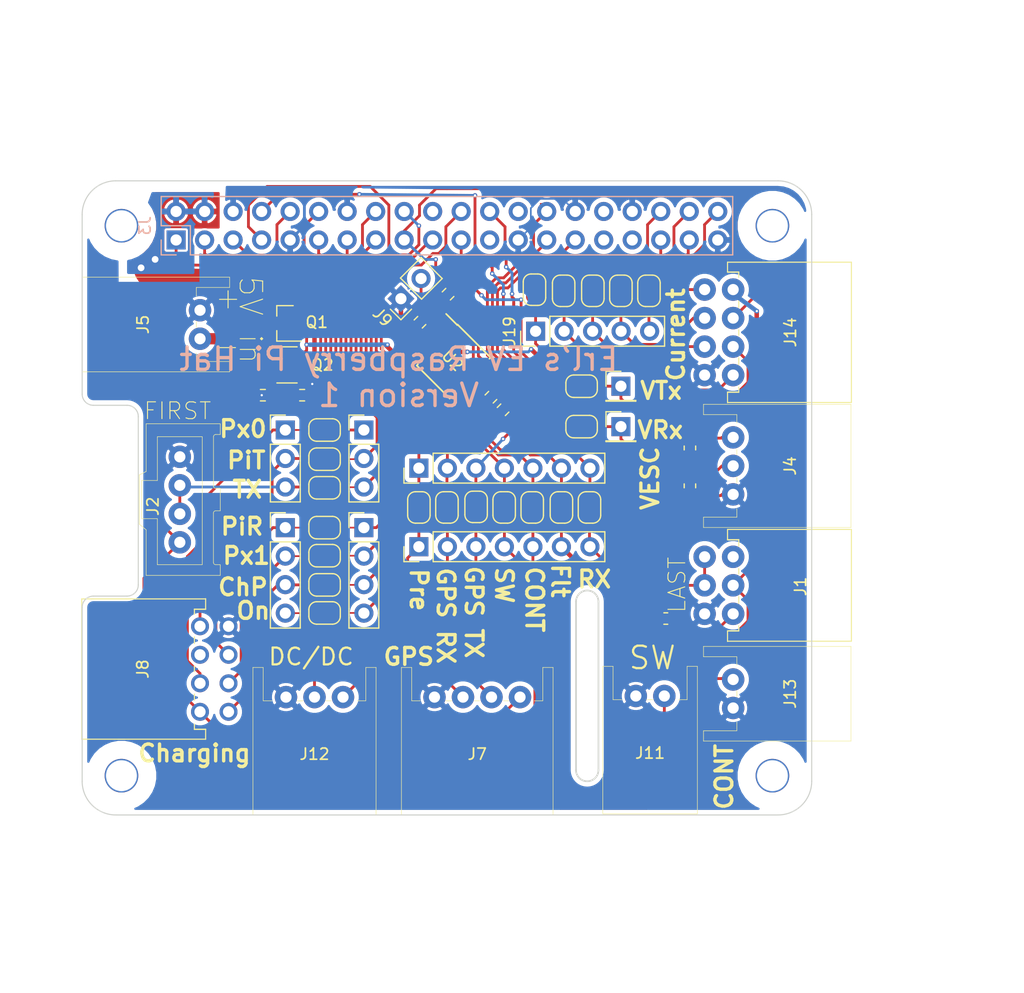
<source format=kicad_pcb>
(kicad_pcb (version 20171130) (host pcbnew "(5.1.4-0-10_14)")
  (layers (0 F.Cu signal) (31 B.Cu signal) (34 B.Paste user) (35 F.Paste user hide) (36 B.SilkS user) (37 F.SilkS user) (38 B.Mask user) (39 F.Mask user hide) (44 Edge.Cuts user))
  (net 0 "")
  (net 1 GND)
  (net 2 /ID_SD_EEPROM)
  (net 3 /ID_SC_EEPROM)
  (net 4 "Net-(Q1-Pad1)")
  (net 5 "Net-(Q2-Pad1)")
  (net 6 /P5V_HAT)
  (net 7 /P5V)
  (net 8 "Net-(J9-Pad2)")
  (net 9 +3V3)
  (net 10 /BMS_nFault)
  (net 11 /BMS_RX)
  (net 12 /BMS_TX)
  (net 13 /VESC_TX)
  (net 14 /SW_PWR_2_A)
  (net 15 /ON)
  (net 16 /PRECHARGE)
  (net 17 /CONTACTOR)
  (net 18 /TXD1)
  (net 19 /RXD1)
  (net 20 /GPIO18)
  (net 21 /GPIO2)
  (net 22 /GPIO3)
  (net 23 /GPIO24)
  (net 24 /SPI1_MISO)
  (net 25 /SPI1_MOSI)
  (net 26 /SPI1_SCLK)
  (net 27 /TXD3)
  (net 28 /RXD4)
  (net 29 /TXD4)
  (net 30 /RXD3)
  (net 31 /SPI1_CS0)
  (net 32 /VESC_RX)
  (net 33 /GPS_TX)
  (net 34 /GPS_RX)
  (net 35 /CHARGER_POWER_SENSE)
  (net 36 /PILOT_OUT)
  (net 37 /TYPE2_PILOT_SEND)
  (net 38 /ADC_nIRQ)
  (net 39 /ADC_CS)
  (net 40 /GPIO23)
  (net 41 /GPIO17)
  (net 42 /GPIO27)
  (net 43 /ADC_MOSI)
  (net 44 /ADC_SCLK)
  (net 45 /ADC_MISO)
  (net 46 /GPIO22)
  (net 47 /GPIO10)
  (net 48 /GPIO26)
  (net 49 "Net-(J4-Pad3)")
  (net 50 /PROXIMITY_0)
  (net 51 /PROXIMITY_1)
  (net 52 /GPIO25)
  (module Jumper:SolderJumper-2_P1.3mm_Bridged_RoundedPad1.0x1.5mm (layer F.Cu) (at 123.5 82.9 180)
    (fp_text reference JP21 hide)
    (fp_text value SolderJumper_2_Bridged)
    (fp_poly (pts (xy 0.25 -0.3) (xy -0.25 -0.3) (xy -0.25 0.3) (xy 0.25 0.3)) (layer F.Cu) (width 0))
    (pad 1 smd custom (at -0.65 0 180) (size 1 0.5) (layers F.Cu F.Mask) (net 32 /VESC_RX) (options (clearance outline) (anchor rect)) (primitives (gr_circle (center 0 0.25) (end 0.5 0.25) (width 0)) (gr_circle (center 0 -0.25) (end 0.5 -0.25) (width 0)) (gr_poly (pts (xy 0 -0.75) (xy 0.5 -0.75) (xy 0.5 0.75) (xy 0 0.75)) (width 0))))
    (pad 2 smd custom (at 0.65 0 180) (size 1 0.5) (layers F.Cu F.Mask) (net 29 /TXD4) (options (clearance outline) (anchor rect)) (primitives (gr_circle (center 0 0.25) (end 0.5 0.25) (width 0)) (gr_circle (center 0 -0.25) (end 0.5 -0.25) (width 0)) (gr_poly (pts (xy 0 -0.75) (xy -0.5 -0.75) (xy -0.5 0.75) (xy 0 0.75)) (width 0))))
  )
  (module Connector_PinHeader_2.54mm:PinHeader_1x01_P2.54mm_Vertical (layer F.Cu) (at 127 82.9)
    (fp_text reference J21 hide)
    (fp_text value Conn_01x01_Male)
    (pad 1 thru_hole rect (at 0 0) (size 1.7 1.7) (drill 1) (layers *.Cu *.Mask) (net 32 /VESC_RX))
  )
  (module erland-footprints:CON-MOLEX-CGRIDIII-2x4-RA-0901303208 (layer F.Cu) (at 89.5 104.5 270)
    (fp_text reference J8 (at 0 5.1 90) (layer F.SilkS))
    (fp_text value Conn_01x08)
    (pad 4 thru_hole circle (at 3.81 -2.54 270) (size 1.6 1.6) (drill 1) (layers *.Cu *.Mask) (net 35 /CHARGER_POWER_SENSE))
    (pad 8 thru_hole circle (at 3.81 0 270) (size 1.6 1.6) (drill 1) (layers *.Cu *.Mask) (net 9 +3V3))
    (pad 2 thru_hole circle (at -1.27 -2.54 270) (size 1.6 1.6) (drill 1) (layers *.Cu *.Mask) (net 36 /PILOT_OUT))
    (pad 3 thru_hole circle (at 1.27 -2.54 270) (size 1.6 1.6) (drill 1) (layers *.Cu *.Mask) (net 51 /PROXIMITY_1))
    (pad 5 thru_hole circle (at -3.81 0 270) (size 1.6 1.6) (drill 1) (layers *.Cu *.Mask) (net 37 /TYPE2_PILOT_SEND))
    (pad 6 thru_hole circle (at -1.27 0 270) (size 1.6 1.6) (drill 1) (layers *.Cu *.Mask))
    (pad 7 thru_hole circle (at 1.27 0 270) (size 1.6 1.6) (drill 1) (layers *.Cu *.Mask) (net 50 /PROXIMITY_0))
    (pad 1 thru_hole circle (at -3.81 -2.54 270) (size 1.6 1.6) (drill 1) (layers *.Cu *.Mask) (net 1 GND))
  )
  (module Connector_PinHeader_2.54mm:PinHeader_1x01_P2.54mm_Vertical (layer F.Cu) (at 127 79.3)
    (fp_text reference J20 hide)
    (fp_text value Conn_01x01_Male)
    (pad 1 thru_hole rect (at 0 0) (size 1.7 1.7) (drill 1) (layers *.Cu *.Mask) (net 13 /VESC_TX))
  )
  (module Jumper:SolderJumper-2_P1.3mm_Bridged_RoundedPad1.0x1.5mm (layer F.Cu) (at 123.5 79.3 180)
    (fp_text reference JP20 hide)
    (fp_text value SolderJumper_2_Bridged)
    (fp_poly (pts (xy 0.25 -0.3) (xy -0.25 -0.3) (xy -0.25 0.3) (xy 0.25 0.3)) (layer F.Cu) (width 0))
    (pad 1 smd custom (at -0.65 0 180) (size 1 0.5) (layers F.Cu F.Mask) (net 13 /VESC_TX) (options (clearance outline) (anchor rect)) (primitives (gr_circle (center 0 0.25) (end 0.5 0.25) (width 0)) (gr_circle (center 0 -0.25) (end 0.5 -0.25) (width 0)) (gr_poly (pts (xy 0 -0.75) (xy 0.5 -0.75) (xy 0.5 0.75) (xy 0 0.75)) (width 0))))
    (pad 2 smd custom (at 0.65 0 180) (size 1 0.5) (layers F.Cu F.Mask) (net 28 /RXD4) (options (clearance outline) (anchor rect)) (primitives (gr_circle (center 0 0.25) (end 0.5 0.25) (width 0)) (gr_circle (center 0 -0.25) (end 0.5 -0.25) (width 0)) (gr_poly (pts (xy 0 -0.75) (xy -0.5 -0.75) (xy -0.5 0.75) (xy 0 0.75)) (width 0))))
  )
  (module Connector_PinHeader_2.54mm:PinHeader_1x05_P2.54mm_Vertical (layer F.Cu) (at 119.4 74.4 90)
    (fp_text reference J19 (at 0 -2.33 90) (layer F.SilkS))
    (fp_text value Conn_01x04_Male)
    (pad 5 thru_hole oval (at 0 10.16 90) (size 1.7 1.7) (drill 1) (layers *.Cu *.Mask) (net 44 /ADC_SCLK))
    (pad 4 thru_hole oval (at 0 7.62 90) (size 1.7 1.7) (drill 1) (layers *.Cu *.Mask) (net 38 /ADC_nIRQ))
    (pad 3 thru_hole oval (at 0 5.08 90) (size 1.7 1.7) (drill 1) (layers *.Cu *.Mask) (net 43 /ADC_MOSI))
    (pad 2 thru_hole oval (at 0 2.54 90) (size 1.7 1.7) (drill 1) (layers *.Cu *.Mask) (net 45 /ADC_MISO))
    (pad 1 thru_hole rect (at 0 0 90) (size 1.7 1.7) (drill 1) (layers *.Cu *.Mask) (net 39 /ADC_CS))
  )
  (module Jumper:SolderJumper-2_P1.3mm_Bridged_RoundedPad1.0x1.5mm (layer F.Cu) (at 129.5 70.8 90)
    (fp_text reference JP19 hide)
    (fp_text value SolderJumper_2_Bridged)
    (fp_poly (pts (xy 0.25 -0.3) (xy -0.25 -0.3) (xy -0.25 0.3) (xy 0.25 0.3)) (layer F.Cu) (width 0))
    (pad 1 smd custom (at -0.65 0 90) (size 1 0.5) (layers F.Cu F.Mask) (net 44 /ADC_SCLK) (options (clearance outline) (anchor rect)) (primitives (gr_circle (center 0 0.25) (end 0.5 0.25) (width 0)) (gr_circle (center 0 -0.25) (end 0.5 -0.25) (width 0)) (gr_poly (pts (xy 0 -0.75) (xy 0.5 -0.75) (xy 0.5 0.75) (xy 0 0.75)) (width 0))))
    (pad 2 smd custom (at 0.65 0 90) (size 1 0.5) (layers F.Cu F.Mask) (net 26 /SPI1_SCLK) (options (clearance outline) (anchor rect)) (primitives (gr_circle (center 0 0.25) (end 0.5 0.25) (width 0)) (gr_circle (center 0 -0.25) (end 0.5 -0.25) (width 0)) (gr_poly (pts (xy 0 -0.75) (xy -0.5 -0.75) (xy -0.5 0.75) (xy 0 0.75)) (width 0))))
  )
  (module erland-footprints:CON-MOLEX-CGRIDIII-1x4-0901361204 (layer F.Cu) (at 87.7 89.4 270)
    (fp_text reference J2 (at 0.6 2.4 90) (layer F.SilkS))
    (fp_text value Conn_01x04)
    (pad 4 thru_hole circle (at 3.81 0 270) (size 2 2) (drill 1) (layers *.Cu *.Mask) (net 9 +3V3))
    (pad 3 thru_hole circle (at 1.27 0 270) (size 2 2) (drill 1) (layers *.Cu *.Mask) (net 12 /BMS_TX))
    (pad 2 thru_hole circle (at -1.27 0 270) (size 2 2) (drill 1) (layers *.Cu *.Mask) (net 12 /BMS_TX))
    (pad 1 thru_hole circle (at -3.81 0 270) (size 2 2) (drill 1) (layers *.Cu *.Mask) (net 1 GND))
  )
  (module "erland-footprints:CON-MOLEX-CGRIDIII-1x2 RA-0901362202" (layer F.Cu) (at 89.5 73.8 270)
    (fp_text reference J5 (at 0 5.08 90) (layer F.SilkS))
    (fp_text value Conn_01x02)
    (pad 1 thru_hole circle (at -1.27 0 270) (size 2 2) (drill 1) (layers *.Cu *.Mask) (net 1 GND))
    (pad 2 thru_hole circle (at 1.27 0 270) (size 2 2) (drill 1) (layers *.Cu *.Mask) (net 7 /P5V))
  )
  (module erland-footprints:CON-MOLEX-CGRIDIII-1x3-RA-0901362203 (layer F.Cu) (at 99.7 107)
    (fp_text reference J12 (at 0 5.08) (layer F.SilkS))
    (fp_text value Conn_01x03)
    (pad 1 thru_hole circle (at -2.54 0) (size 2 2) (drill 1) (layers *.Cu *.Mask) (net 1 GND))
    (pad 2 thru_hole circle (at 0 0) (size 2 2) (drill 1) (layers *.Cu *.Mask) (net 15 /ON))
    (pad 3 thru_hole circle (at 2.54 0) (size 2 2) (drill 1) (layers *.Cu *.Mask) (net 16 /PRECHARGE))
  )
  (module erland-footprints:CON-MOLEX-CGRIDIII-1x3-RA-0901362203 (layer F.Cu) (at 137 86.4 90)
    (fp_text reference J4 (at 0 5.08 90) (layer F.SilkS))
    (fp_text value Conn_01x03)
    (pad 1 thru_hole circle (at -2.54 0 90) (size 2 2) (drill 1) (layers *.Cu *.Mask) (net 1 GND))
    (pad 2 thru_hole circle (at 0 0 90) (size 2 2) (drill 1) (layers *.Cu *.Mask) (net 32 /VESC_RX))
    (pad 3 thru_hole circle (at 2.54 0 90) (size 2 2) (drill 1) (layers *.Cu *.Mask) (net 49 "Net-(J4-Pad3)"))
  )
  (module "erland-footprints:CON-MOLEX-CGRIDIII-1x2 RA-0901362202" (layer F.Cu) (at 137 106.7 90)
    (fp_text reference J13 (at 0 5.08 90) (layer F.SilkS))
    (fp_text value Conn_01x02)
    (pad 1 thru_hole circle (at -1.27 0 90) (size 2 2) (drill 1) (layers *.Cu *.Mask) (net 1 GND))
    (pad 2 thru_hole circle (at 1.27 0 90) (size 2 2) (drill 1) (layers *.Cu *.Mask) (net 17 /CONTACTOR))
  )
  (module "erland-footprints:CON-MOLEX-CGRIDIII-1x2 RA-0901362202" (layer F.Cu) (at 129.6 106.9)
    (fp_text reference J11 (at 0 5.08) (layer F.SilkS))
    (fp_text value Conn_01x02)
    (pad 1 thru_hole circle (at -1.27 0) (size 2 2) (drill 1) (layers *.Cu *.Mask) (net 1 GND))
    (pad 2 thru_hole circle (at 1.27 0) (size 2 2) (drill 1) (layers *.Cu *.Mask) (net 14 /SW_PWR_2_A))
  )
  (module erland-footprints:CON-MOLEX-CGRIDIII-1x4-RA-0901362204 (layer F.Cu) (at 114.2 107)
    (fp_text reference J7 (at 0 5.08) (layer F.SilkS))
    (fp_text value Screw_Terminal_01x03)
    (pad 4 thru_hole circle (at 3.81 0) (size 2 2) (drill 1) (layers *.Cu *.Mask) (net 9 +3V3))
    (pad 3 thru_hole circle (at 1.27 0) (size 2 2) (drill 1) (layers *.Cu *.Mask) (net 33 /GPS_TX))
    (pad 2 thru_hole circle (at -1.27 0) (size 2 2) (drill 1) (layers *.Cu *.Mask) (net 34 /GPS_RX))
    (pad 1 thru_hole circle (at -3.81 0) (size 2 2) (drill 1) (layers *.Cu *.Mask) (net 1 GND))
  )
  (module erland-footprints:CON-MOLEX-CGRIDIII-2x4-RA-0901303208 (layer F.Cu) (at 137 74.5 90)
    (fp_text reference J14 (at 0 5.1 90) (layer F.SilkS))
    (fp_text value Conn_01x07)
    (pad 4 thru_hole circle (at 3.81 -2.54 90) (size 2 2) (drill 1) (layers *.Cu *.Mask) (net 44 /ADC_SCLK))
    (pad 8 thru_hole circle (at 3.81 0 90) (size 2 2) (drill 1) (layers *.Cu *.Mask) (net 7 /P5V))
    (pad 2 thru_hole circle (at -1.27 -2.54 90) (size 2 2) (drill 1) (layers *.Cu *.Mask) (net 43 /ADC_MOSI))
    (pad 3 thru_hole circle (at 1.27 -2.54 90) (size 2 2) (drill 1) (layers *.Cu *.Mask) (net 38 /ADC_nIRQ))
    (pad 5 thru_hole circle (at -3.81 0 90) (size 2 2) (drill 1) (layers *.Cu *.Mask) (net 45 /ADC_MISO))
    (pad 6 thru_hole circle (at -1.27 0 90) (size 2 2) (drill 1) (layers *.Cu *.Mask) (net 39 /ADC_CS))
    (pad 7 thru_hole circle (at 1.27 0 90) (size 2 2) (drill 1) (layers *.Cu *.Mask) (net 9 +3V3))
    (pad 1 thru_hole circle (at -3.81 -2.54 90) (size 2 2) (drill 1) (layers *.Cu *.Mask) (net 1 GND))
  )
  (module erland-footprints:CON-MOLEX-CGRIDIII-2x3-0901303206 (layer F.Cu) (at 137 97.04 90)
    (fp_text reference J1 (at -0.1 6 90) (layer F.SilkS))
    (fp_text value Conn_01x06)
    (pad 6 thru_hole circle (at 2.54 0 90) (size 2 2) (drill 1) (layers *.Cu *.Mask))
    (pad 5 thru_hole circle (at 0 0 90) (size 2 2) (drill 1) (layers *.Cu *.Mask) (net 9 +3V3))
    (pad 4 thru_hole circle (at -2.54 0 90) (size 2 2) (drill 1) (layers *.Cu *.Mask) (net 10 /BMS_nFault))
    (pad 3 thru_hole circle (at 2.54 -2.54 90) (size 2 2) (drill 1) (layers *.Cu *.Mask) (net 11 /BMS_RX))
    (pad 2 thru_hole circle (at 0 -2.54 90) (size 2 2) (drill 1) (layers *.Cu *.Mask) (net 11 /BMS_RX))
    (pad 1 thru_hole circle (at -2.54 -2.54 90) (size 2 2) (drill 1) (layers *.Cu *.Mask) (net 1 GND))
  )
  (module Jumper:SolderJumper-2_P1.3mm_Bridged_RoundedPad1.0x1.5mm (layer F.Cu) (at 127 70.8 90)
    (fp_text reference JP18 hide)
    (fp_text value SolderJumper_2_Bridged)
    (fp_poly (pts (xy 0.25 -0.3) (xy -0.25 -0.3) (xy -0.25 0.3) (xy 0.25 0.3)) (layer F.Cu) (width 0))
    (pad 1 smd custom (at -0.65 0 90) (size 1 0.5) (layers F.Cu F.Mask) (net 38 /ADC_nIRQ) (options (clearance outline) (anchor rect)) (primitives (gr_circle (center 0 0.25) (end 0.5 0.25) (width 0)) (gr_circle (center 0 -0.25) (end 0.5 -0.25) (width 0)) (gr_poly (pts (xy 0 -0.75) (xy 0.5 -0.75) (xy 0.5 0.75) (xy 0 0.75)) (width 0))))
    (pad 2 smd custom (at 0.65 0 90) (size 1 0.5) (layers F.Cu F.Mask) (net 48 /GPIO26) (options (clearance outline) (anchor rect)) (primitives (gr_circle (center 0 0.25) (end 0.5 0.25) (width 0)) (gr_circle (center 0 -0.25) (end 0.5 -0.25) (width 0)) (gr_poly (pts (xy 0 -0.75) (xy -0.5 -0.75) (xy -0.5 0.75) (xy 0 0.75)) (width 0))))
  )
  (module Jumper:SolderJumper-2_P1.3mm_Bridged_RoundedPad1.0x1.5mm (layer F.Cu) (at 124.5 70.8 90)
    (fp_text reference JP17 hide)
    (fp_text value SolderJumper_2_Bridged)
    (fp_poly (pts (xy 0.25 -0.3) (xy -0.25 -0.3) (xy -0.25 0.3) (xy 0.25 0.3)) (layer F.Cu) (width 0))
    (pad 1 smd custom (at -0.65 0 90) (size 1 0.5) (layers F.Cu F.Mask) (net 43 /ADC_MOSI) (options (clearance outline) (anchor rect)) (primitives (gr_circle (center 0 0.25) (end 0.5 0.25) (width 0)) (gr_circle (center 0 -0.25) (end 0.5 -0.25) (width 0)) (gr_poly (pts (xy 0 -0.75) (xy 0.5 -0.75) (xy 0.5 0.75) (xy 0 0.75)) (width 0))))
    (pad 2 smd custom (at 0.65 0 90) (size 1 0.5) (layers F.Cu F.Mask) (net 25 /SPI1_MOSI) (options (clearance outline) (anchor rect)) (primitives (gr_circle (center 0 0.25) (end 0.5 0.25) (width 0)) (gr_circle (center 0 -0.25) (end 0.5 -0.25) (width 0)) (gr_poly (pts (xy 0 -0.75) (xy -0.5 -0.75) (xy -0.5 0.75) (xy 0 0.75)) (width 0))))
  )
  (module Jumper:SolderJumper-2_P1.3mm_Bridged_RoundedPad1.0x1.5mm (layer F.Cu) (at 121.9 70.8 90)
    (fp_text reference JP16 hide)
    (fp_text value SolderJumper_2_Bridged)
    (fp_poly (pts (xy 0.25 -0.3) (xy -0.25 -0.3) (xy -0.25 0.3) (xy 0.25 0.3)) (layer F.Cu) (width 0))
    (pad 1 smd custom (at -0.65 0 90) (size 1 0.5) (layers F.Cu F.Mask) (net 45 /ADC_MISO) (options (clearance outline) (anchor rect)) (primitives (gr_circle (center 0 0.25) (end 0.5 0.25) (width 0)) (gr_circle (center 0 -0.25) (end 0.5 -0.25) (width 0)) (gr_poly (pts (xy 0 -0.75) (xy 0.5 -0.75) (xy 0.5 0.75) (xy 0 0.75)) (width 0))))
    (pad 2 smd custom (at 0.65 0 90) (size 1 0.5) (layers F.Cu F.Mask) (net 24 /SPI1_MISO) (options (clearance outline) (anchor rect)) (primitives (gr_circle (center 0 0.25) (end 0.5 0.25) (width 0)) (gr_circle (center 0 -0.25) (end 0.5 -0.25) (width 0)) (gr_poly (pts (xy 0 -0.75) (xy -0.5 -0.75) (xy -0.5 0.75) (xy 0 0.75)) (width 0))))
  )
  (module Jumper:SolderJumper-2_P1.3mm_Bridged_RoundedPad1.0x1.5mm (layer F.Cu) (at 119.3 70.7 90)
    (fp_text reference JP15 hide)
    (fp_text value SolderJumper_2_Bridged)
    (fp_poly (pts (xy 0.25 -0.3) (xy -0.25 -0.3) (xy -0.25 0.3) (xy 0.25 0.3)) (layer F.Cu) (width 0))
    (pad 1 smd custom (at -0.65 0 90) (size 1 0.5) (layers F.Cu F.Mask) (net 39 /ADC_CS) (options (clearance outline) (anchor rect)) (primitives (gr_circle (center 0 0.25) (end 0.5 0.25) (width 0)) (gr_circle (center 0 -0.25) (end 0.5 -0.25) (width 0)) (gr_poly (pts (xy 0 -0.75) (xy 0.5 -0.75) (xy 0.5 0.75) (xy 0 0.75)) (width 0))))
    (pad 2 smd custom (at 0.65 0 90) (size 1 0.5) (layers F.Cu F.Mask) (net 31 /SPI1_CS0) (options (clearance outline) (anchor rect)) (primitives (gr_circle (center 0 0.25) (end 0.5 0.25) (width 0)) (gr_circle (center 0 -0.25) (end 0.5 -0.25) (width 0)) (gr_poly (pts (xy 0 -0.75) (xy -0.5 -0.75) (xy -0.5 0.75) (xy 0 0.75)) (width 0))))
  )
  (module Jumper:SolderJumper-2_P1.3mm_Bridged_RoundedPad1.0x1.5mm (layer F.Cu) (at 124.2 90.1 90)
    (fp_text reference JP14 hide)
    (fp_text value SolderJumper_2_Bridged hide)
    (fp_poly (pts (xy 0.25 -0.3) (xy -0.25 -0.3) (xy -0.25 0.3) (xy 0.25 0.3)) (layer F.Cu) (width 0))
    (pad 1 smd custom (at -0.65 0 90) (size 1 0.5) (layers F.Cu F.Mask) (net 11 /BMS_RX) (options (clearance outline) (anchor rect)) (primitives (gr_circle (center 0 0.25) (end 0.5 0.25) (width 0)) (gr_circle (center 0 -0.25) (end 0.5 -0.25) (width 0)) (gr_poly (pts (xy 0 -0.75) (xy 0.5 -0.75) (xy 0.5 0.75) (xy 0 0.75)) (width 0))))
    (pad 2 smd custom (at 0.65 0 90) (size 1 0.5) (layers F.Cu F.Mask) (net 18 /TXD1) (options (clearance outline) (anchor rect)) (primitives (gr_circle (center 0 0.25) (end 0.5 0.25) (width 0)) (gr_circle (center 0 -0.25) (end 0.5 -0.25) (width 0)) (gr_poly (pts (xy 0 -0.75) (xy -0.5 -0.75) (xy -0.5 0.75) (xy 0 0.75)) (width 0))))
  )
  (module Jumper:SolderJumper-2_P1.3mm_Bridged_RoundedPad1.0x1.5mm (layer F.Cu) (at 121.7 90.1 90)
    (fp_text reference JP13 hide)
    (fp_text value SolderJumper_2_Bridged hide)
    (fp_poly (pts (xy 0.25 -0.3) (xy -0.25 -0.3) (xy -0.25 0.3) (xy 0.25 0.3)) (layer F.Cu) (width 0))
    (pad 1 smd custom (at -0.65 0 90) (size 1 0.5) (layers F.Cu F.Mask) (net 10 /BMS_nFault) (options (clearance outline) (anchor rect)) (primitives (gr_circle (center 0 0.25) (end 0.5 0.25) (width 0)) (gr_circle (center 0 -0.25) (end 0.5 -0.25) (width 0)) (gr_poly (pts (xy 0 -0.75) (xy 0.5 -0.75) (xy 0.5 0.75) (xy 0 0.75)) (width 0))))
    (pad 2 smd custom (at 0.65 0 90) (size 1 0.5) (layers F.Cu F.Mask) (net 52 /GPIO25) (options (clearance outline) (anchor rect)) (primitives (gr_circle (center 0 0.25) (end 0.5 0.25) (width 0)) (gr_circle (center 0 -0.25) (end 0.5 -0.25) (width 0)) (gr_poly (pts (xy 0 -0.75) (xy -0.5 -0.75) (xy -0.5 0.75) (xy 0 0.75)) (width 0))))
  )
  (module Jumper:SolderJumper-2_P1.3mm_Bridged_RoundedPad1.0x1.5mm (layer F.Cu) (at 119.1 90.1 90)
    (fp_text reference JP12 hide)
    (fp_text value SolderJumper_2_Bridged hide)
    (fp_poly (pts (xy 0.25 -0.3) (xy -0.25 -0.3) (xy -0.25 0.3) (xy 0.25 0.3)) (layer F.Cu) (width 0))
    (pad 1 smd custom (at -0.65 0 90) (size 1 0.5) (layers F.Cu F.Mask) (net 17 /CONTACTOR) (options (clearance outline) (anchor rect)) (primitives (gr_circle (center 0 0.25) (end 0.5 0.25) (width 0)) (gr_circle (center 0 -0.25) (end 0.5 -0.25) (width 0)) (gr_poly (pts (xy 0 -0.75) (xy 0.5 -0.75) (xy 0.5 0.75) (xy 0 0.75)) (width 0))))
    (pad 2 smd custom (at 0.65 0 90) (size 1 0.5) (layers F.Cu F.Mask) (net 47 /GPIO10) (options (clearance outline) (anchor rect)) (primitives (gr_circle (center 0 0.25) (end 0.5 0.25) (width 0)) (gr_circle (center 0 -0.25) (end 0.5 -0.25) (width 0)) (gr_poly (pts (xy 0 -0.75) (xy -0.5 -0.75) (xy -0.5 0.75) (xy 0 0.75)) (width 0))))
  )
  (module Jumper:SolderJumper-2_P1.3mm_Bridged_RoundedPad1.0x1.5mm (layer F.Cu) (at 116.6 90.1 90)
    (fp_text reference JP11 hide)
    (fp_text value SolderJumper_2_Bridged hide)
    (fp_poly (pts (xy 0.25 -0.3) (xy -0.25 -0.3) (xy -0.25 0.3) (xy 0.25 0.3)) (layer F.Cu) (width 0))
    (pad 1 smd custom (at -0.65 0 90) (size 1 0.5) (layers F.Cu F.Mask) (net 14 /SW_PWR_2_A) (options (clearance outline) (anchor rect)) (primitives (gr_circle (center 0 0.25) (end 0.5 0.25) (width 0)) (gr_circle (center 0 -0.25) (end 0.5 -0.25) (width 0)) (gr_poly (pts (xy 0 -0.75) (xy 0.5 -0.75) (xy 0.5 0.75) (xy 0 0.75)) (width 0))))
    (pad 2 smd custom (at 0.65 0 90) (size 1 0.5) (layers F.Cu F.Mask) (net 23 /GPIO24) (options (clearance outline) (anchor rect)) (primitives (gr_circle (center 0 0.25) (end 0.5 0.25) (width 0)) (gr_circle (center 0 -0.25) (end 0.5 -0.25) (width 0)) (gr_poly (pts (xy 0 -0.75) (xy -0.5 -0.75) (xy -0.5 0.75) (xy 0 0.75)) (width 0))))
  )
  (module Jumper:SolderJumper-2_P1.3mm_Bridged_RoundedPad1.0x1.5mm (layer F.Cu) (at 114.1 90.05 90)
    (fp_text reference JP10 hide)
    (fp_text value SolderJumper_2_Bridged hide)
    (fp_poly (pts (xy 0.25 -0.3) (xy -0.25 -0.3) (xy -0.25 0.3) (xy 0.25 0.3)) (layer F.Cu) (width 0))
    (pad 1 smd custom (at -0.65 0 90) (size 1 0.5) (layers F.Cu F.Mask) (net 33 /GPS_TX) (options (clearance outline) (anchor rect)) (primitives (gr_circle (center 0 0.25) (end 0.5 0.25) (width 0)) (gr_circle (center 0 -0.25) (end 0.5 -0.25) (width 0)) (gr_poly (pts (xy 0 -0.75) (xy 0.5 -0.75) (xy 0.5 0.75) (xy 0 0.75)) (width 0))))
    (pad 2 smd custom (at 0.65 0 90) (size 1 0.5) (layers F.Cu F.Mask) (net 30 /RXD3) (options (clearance outline) (anchor rect)) (primitives (gr_circle (center 0 0.25) (end 0.5 0.25) (width 0)) (gr_circle (center 0 -0.25) (end 0.5 -0.25) (width 0)) (gr_poly (pts (xy 0 -0.75) (xy -0.5 -0.75) (xy -0.5 0.75) (xy 0 0.75)) (width 0))))
  )
  (module Jumper:SolderJumper-2_P1.3mm_Bridged_RoundedPad1.0x1.5mm (layer F.Cu) (at 111.5 90.1 90)
    (fp_text reference JP9 hide)
    (fp_text value SolderJumper_2_Bridged hide)
    (fp_poly (pts (xy 0.25 -0.3) (xy -0.25 -0.3) (xy -0.25 0.3) (xy 0.25 0.3)) (layer F.Cu) (width 0))
    (pad 1 smd custom (at -0.65 0 90) (size 1 0.5) (layers F.Cu F.Mask) (net 34 /GPS_RX) (options (clearance outline) (anchor rect)) (primitives (gr_circle (center 0 0.25) (end 0.5 0.25) (width 0)) (gr_circle (center 0 -0.25) (end 0.5 -0.25) (width 0)) (gr_poly (pts (xy 0 -0.75) (xy 0.5 -0.75) (xy 0.5 0.75) (xy 0 0.75)) (width 0))))
    (pad 2 smd custom (at 0.65 0 90) (size 1 0.5) (layers F.Cu F.Mask) (net 27 /TXD3) (options (clearance outline) (anchor rect)) (primitives (gr_circle (center 0 0.25) (end 0.5 0.25) (width 0)) (gr_circle (center 0 -0.25) (end 0.5 -0.25) (width 0)) (gr_poly (pts (xy 0 -0.75) (xy -0.5 -0.75) (xy -0.5 0.75) (xy 0 0.75)) (width 0))))
  )
  (module Jumper:SolderJumper-2_P1.3mm_Bridged_RoundedPad1.0x1.5mm (layer F.Cu) (at 109 90.1 90)
    (fp_text reference JP3 hide)
    (fp_text value SolderJumper_2_Bridged hide)
    (fp_poly (pts (xy 0.25 -0.3) (xy -0.25 -0.3) (xy -0.25 0.3) (xy 0.25 0.3)) (layer F.Cu) (width 0))
    (pad 1 smd custom (at -0.65 0 90) (size 1 0.5) (layers F.Cu F.Mask) (net 16 /PRECHARGE) (options (clearance outline) (anchor rect)) (primitives (gr_circle (center 0 0.25) (end 0.5 0.25) (width 0)) (gr_circle (center 0 -0.25) (end 0.5 -0.25) (width 0)) (gr_poly (pts (xy 0 -0.75) (xy 0.5 -0.75) (xy 0.5 0.75) (xy 0 0.75)) (width 0))))
    (pad 2 smd custom (at 0.65 0 90) (size 1 0.5) (layers F.Cu F.Mask) (net 46 /GPIO22) (options (clearance outline) (anchor rect)) (primitives (gr_circle (center 0 0.25) (end 0.5 0.25) (width 0)) (gr_circle (center 0 -0.25) (end 0.5 -0.25) (width 0)) (gr_poly (pts (xy 0 -0.75) (xy -0.5 -0.75) (xy -0.5 0.75) (xy 0 0.75)) (width 0))))
  )
  (module Connector_PinHeader_2.54mm:PinHeader_1x07_P2.54mm_Vertical (layer F.Cu) (at 109 86.6 90)
    (fp_text reference J18 hide)
    (fp_text value Conn_01x07_Male)
    (pad 7 thru_hole oval (at 0 15.24 90) (size 1.7 1.7) (drill 1) (layers *.Cu *.Mask) (net 18 /TXD1))
    (pad 6 thru_hole oval (at 0 12.7 90) (size 1.7 1.7) (drill 1) (layers *.Cu *.Mask) (net 52 /GPIO25))
    (pad 5 thru_hole oval (at 0 10.16 90) (size 1.7 1.7) (drill 1) (layers *.Cu *.Mask) (net 47 /GPIO10))
    (pad 4 thru_hole oval (at 0 7.62 90) (size 1.7 1.7) (drill 1) (layers *.Cu *.Mask) (net 23 /GPIO24))
    (pad 3 thru_hole oval (at 0 5.08 90) (size 1.7 1.7) (drill 1) (layers *.Cu *.Mask) (net 30 /RXD3))
    (pad 2 thru_hole oval (at 0 2.54 90) (size 1.7 1.7) (drill 1) (layers *.Cu *.Mask) (net 27 /TXD3))
    (pad 1 thru_hole rect (at 0 0 90) (size 1.7 1.7) (drill 1) (layers *.Cu *.Mask) (net 46 /GPIO22))
  )
  (module Connector_PinHeader_2.54mm:PinHeader_1x07_P2.54mm_Vertical (layer F.Cu) (at 109 93.6 90)
    (fp_text reference J6 hide)
    (fp_text value Conn_01x07_Male)
    (pad 7 thru_hole oval (at 0 15.24 90) (size 1.7 1.7) (drill 1) (layers *.Cu *.Mask) (net 11 /BMS_RX))
    (pad 6 thru_hole oval (at 0 12.7 90) (size 1.7 1.7) (drill 1) (layers *.Cu *.Mask) (net 10 /BMS_nFault))
    (pad 5 thru_hole oval (at 0 10.16 90) (size 1.7 1.7) (drill 1) (layers *.Cu *.Mask) (net 17 /CONTACTOR))
    (pad 4 thru_hole oval (at 0 7.62 90) (size 1.7 1.7) (drill 1) (layers *.Cu *.Mask) (net 14 /SW_PWR_2_A))
    (pad 3 thru_hole oval (at 0 5.08 90) (size 1.7 1.7) (drill 1) (layers *.Cu *.Mask) (net 33 /GPS_TX))
    (pad 2 thru_hole oval (at 0 2.54 90) (size 1.7 1.7) (drill 1) (layers *.Cu *.Mask) (net 34 /GPS_RX))
    (pad 1 thru_hole rect (at 0 0 90) (size 1.7 1.7) (drill 1) (layers *.Cu *.Mask) (net 16 /PRECHARGE))
  )
  (module Jumper:SolderJumper-2_P1.3mm_Bridged_RoundedPad1.0x1.5mm (layer F.Cu) (at 100.6 97)
    (fp_text reference JP7 hide)
    (fp_text value SolderJumper_2_Bridged)
    (fp_poly (pts (xy 0.25 -0.3) (xy -0.25 -0.3) (xy -0.25 0.3) (xy 0.25 0.3)) (layer F.Cu) (width 0))
    (pad 1 smd custom (at -0.65 0) (size 1 0.5) (layers F.Cu F.Mask) (net 35 /CHARGER_POWER_SENSE) (options (clearance outline) (anchor rect)) (primitives (gr_circle (center 0 0.25) (end 0.5 0.25) (width 0)) (gr_circle (center 0 -0.25) (end 0.5 -0.25) (width 0)) (gr_poly (pts (xy 0 -0.75) (xy 0.5 -0.75) (xy 0.5 0.75) (xy 0 0.75)) (width 0))))
    (pad 2 smd custom (at 0.65 0) (size 1 0.5) (layers F.Cu F.Mask) (net 42 /GPIO27) (options (clearance outline) (anchor rect)) (primitives (gr_circle (center 0 0.25) (end 0.5 0.25) (width 0)) (gr_circle (center 0 -0.25) (end 0.5 -0.25) (width 0)) (gr_poly (pts (xy 0 -0.75) (xy -0.5 -0.75) (xy -0.5 0.75) (xy 0 0.75)) (width 0))))
  )
  (module Jumper:SolderJumper-2_P1.3mm_Bridged_RoundedPad1.0x1.5mm (layer F.Cu) (at 100.6 99.5)
    (fp_text reference JP8 hide)
    (fp_text value SolderJumper_2_Bridged)
    (fp_poly (pts (xy 0.25 -0.3) (xy -0.25 -0.3) (xy -0.25 0.3) (xy 0.25 0.3)) (layer F.Cu) (width 0))
    (pad 1 smd custom (at -0.65 0) (size 1 0.5) (layers F.Cu F.Mask) (net 15 /ON) (options (clearance outline) (anchor rect)) (primitives (gr_circle (center 0 0.25) (end 0.5 0.25) (width 0)) (gr_circle (center 0 -0.25) (end 0.5 -0.25) (width 0)) (gr_poly (pts (xy 0 -0.75) (xy 0.5 -0.75) (xy 0.5 0.75) (xy 0 0.75)) (width 0))))
    (pad 2 smd custom (at 0.65 0) (size 1 0.5) (layers F.Cu F.Mask) (net 40 /GPIO23) (options (clearance outline) (anchor rect)) (primitives (gr_circle (center 0 0.25) (end 0.5 0.25) (width 0)) (gr_circle (center 0 -0.25) (end 0.5 -0.25) (width 0)) (gr_poly (pts (xy 0 -0.75) (xy -0.5 -0.75) (xy -0.5 0.75) (xy 0 0.75)) (width 0))))
  )
  (module Jumper:SolderJumper-2_P1.3mm_Bridged_RoundedPad1.0x1.5mm (layer F.Cu) (at 100.6 94.4)
    (fp_text reference JP6 hide)
    (fp_text value SolderJumper_2_Bridged)
    (fp_poly (pts (xy 0.25 -0.3) (xy -0.25 -0.3) (xy -0.25 0.3) (xy 0.25 0.3)) (layer F.Cu) (width 0))
    (pad 1 smd custom (at -0.65 0) (size 1 0.5) (layers F.Cu F.Mask) (net 51 /PROXIMITY_1) (options (clearance outline) (anchor rect)) (primitives (gr_circle (center 0 0.25) (end 0.5 0.25) (width 0)) (gr_circle (center 0 -0.25) (end 0.5 -0.25) (width 0)) (gr_poly (pts (xy 0 -0.75) (xy 0.5 -0.75) (xy 0.5 0.75) (xy 0 0.75)) (width 0))))
    (pad 2 smd custom (at 0.65 0) (size 1 0.5) (layers F.Cu F.Mask) (net 41 /GPIO17) (options (clearance outline) (anchor rect)) (primitives (gr_circle (center 0 0.25) (end 0.5 0.25) (width 0)) (gr_circle (center 0 -0.25) (end 0.5 -0.25) (width 0)) (gr_poly (pts (xy 0 -0.75) (xy -0.5 -0.75) (xy -0.5 0.75) (xy 0 0.75)) (width 0))))
  )
  (module Connector_PinHeader_2.54mm:PinHeader_1x03_P2.54mm_Vertical (layer F.Cu) (at 97.1 83.2)
    (fp_text reference J10 hide)
    (fp_text value Conn_01x03_Male)
    (pad 3 thru_hole oval (at 0 5.08) (size 1.7 1.7) (drill 1) (layers *.Cu *.Mask) (net 12 /BMS_TX))
    (pad 2 thru_hole oval (at 0 2.54) (size 1.7 1.7) (drill 1) (layers *.Cu *.Mask) (net 37 /TYPE2_PILOT_SEND))
    (pad 1 thru_hole rect (at 0 0) (size 1.7 1.7) (drill 1) (layers *.Cu *.Mask) (net 50 /PROXIMITY_0))
  )
  (module Connector_PinHeader_2.54mm:PinHeader_1x03_P2.54mm_Vertical (layer F.Cu) (at 104.1 83.2)
    (fp_text reference J15 hide)
    (fp_text value Conn_01x03_Male)
    (pad 3 thru_hole oval (at 0 5.08) (size 1.7 1.7) (drill 1) (layers *.Cu *.Mask) (net 19 /RXD1))
    (pad 2 thru_hole oval (at 0 2.54) (size 1.7 1.7) (drill 1) (layers *.Cu *.Mask) (net 22 /GPIO3))
    (pad 1 thru_hole rect (at 0 0) (size 1.7 1.7) (drill 1) (layers *.Cu *.Mask) (net 21 /GPIO2))
  )
  (module Jumper:SolderJumper-2_P1.3mm_Bridged_RoundedPad1.0x1.5mm (layer F.Cu) (at 100.6 88.35)
    (fp_text reference JP4 hide)
    (fp_text value SolderJumper_2_Bridged)
    (fp_poly (pts (xy 0.25 -0.3) (xy -0.25 -0.3) (xy -0.25 0.3) (xy 0.25 0.3)) (layer F.Cu) (width 0))
    (pad 1 smd custom (at -0.65 0) (size 1 0.5) (layers F.Cu F.Mask) (net 12 /BMS_TX) (options (clearance outline) (anchor rect)) (primitives (gr_circle (center 0 0.25) (end 0.5 0.25) (width 0)) (gr_circle (center 0 -0.25) (end 0.5 -0.25) (width 0)) (gr_poly (pts (xy 0 -0.75) (xy 0.5 -0.75) (xy 0.5 0.75) (xy 0 0.75)) (width 0))))
    (pad 2 smd custom (at 0.65 0) (size 1 0.5) (layers F.Cu F.Mask) (net 19 /RXD1) (options (clearance outline) (anchor rect)) (primitives (gr_circle (center 0 0.25) (end 0.5 0.25) (width 0)) (gr_circle (center 0 -0.25) (end 0.5 -0.25) (width 0)) (gr_poly (pts (xy 0 -0.75) (xy -0.5 -0.75) (xy -0.5 0.75) (xy 0 0.75)) (width 0))))
  )
  (module Jumper:SolderJumper-2_P1.3mm_Bridged_RoundedPad1.0x1.5mm (layer F.Cu) (at 100.6 83.2)
    (fp_text reference JP1 hide)
    (fp_text value SolderJumper_2_Bridged)
    (fp_poly (pts (xy 0.25 -0.3) (xy -0.25 -0.3) (xy -0.25 0.3) (xy 0.25 0.3)) (layer F.Cu) (width 0))
    (pad 1 smd custom (at -0.65 0) (size 1 0.5) (layers F.Cu F.Mask) (net 50 /PROXIMITY_0) (options (clearance outline) (anchor rect)) (primitives (gr_circle (center 0 0.25) (end 0.5 0.25) (width 0)) (gr_circle (center 0 -0.25) (end 0.5 -0.25) (width 0)) (gr_poly (pts (xy 0 -0.75) (xy 0.5 -0.75) (xy 0.5 0.75) (xy 0 0.75)) (width 0))))
    (pad 2 smd custom (at 0.65 0) (size 1 0.5) (layers F.Cu F.Mask) (net 21 /GPIO2) (options (clearance outline) (anchor rect)) (primitives (gr_circle (center 0 0.25) (end 0.5 0.25) (width 0)) (gr_circle (center 0 -0.25) (end 0.5 -0.25) (width 0)) (gr_poly (pts (xy 0 -0.75) (xy -0.5 -0.75) (xy -0.5 0.75) (xy 0 0.75)) (width 0))))
  )
  (module Jumper:SolderJumper-2_P1.3mm_Bridged_RoundedPad1.0x1.5mm (layer F.Cu) (at 100.6 85.8)
    (fp_text reference JP2 hide)
    (fp_text value SolderJumper_2_Bridged)
    (fp_poly (pts (xy 0.25 -0.3) (xy -0.25 -0.3) (xy -0.25 0.3) (xy 0.25 0.3)) (layer F.Cu) (width 0))
    (pad 1 smd custom (at -0.65 0) (size 1 0.5) (layers F.Cu F.Mask) (net 37 /TYPE2_PILOT_SEND) (options (clearance outline) (anchor rect)) (primitives (gr_circle (center 0 0.25) (end 0.5 0.25) (width 0)) (gr_circle (center 0 -0.25) (end 0.5 -0.25) (width 0)) (gr_poly (pts (xy 0 -0.75) (xy 0.5 -0.75) (xy 0.5 0.75) (xy 0 0.75)) (width 0))))
    (pad 2 smd custom (at 0.65 0) (size 1 0.5) (layers F.Cu F.Mask) (net 22 /GPIO3) (options (clearance outline) (anchor rect)) (primitives (gr_circle (center 0 0.25) (end 0.5 0.25) (width 0)) (gr_circle (center 0 -0.25) (end 0.5 -0.25) (width 0)) (gr_poly (pts (xy 0 -0.75) (xy -0.5 -0.75) (xy -0.5 0.75) (xy 0 0.75)) (width 0))))
  )
  (module Connector_PinHeader_2.54mm:PinHeader_1x04_P2.54mm_Vertical (layer F.Cu) (at 97.1 91.9)
    (fp_text reference J16 hide)
    (fp_text value Conn_01x04_Male)
    (pad 4 thru_hole oval (at 0 7.62) (size 1.7 1.7) (drill 1) (layers *.Cu *.Mask) (net 15 /ON))
    (pad 3 thru_hole oval (at 0 5.08) (size 1.7 1.7) (drill 1) (layers *.Cu *.Mask) (net 35 /CHARGER_POWER_SENSE))
    (pad 2 thru_hole oval (at 0 2.54) (size 1.7 1.7) (drill 1) (layers *.Cu *.Mask) (net 51 /PROXIMITY_1))
    (pad 1 thru_hole rect (at 0 0) (size 1.7 1.7) (drill 1) (layers *.Cu *.Mask) (net 36 /PILOT_OUT))
  )
  (module Connector_PinHeader_2.54mm:PinHeader_1x04_P2.54mm_Vertical (layer F.Cu) (at 104.1 91.9)
    (fp_text reference J17 hide)
    (fp_text value Conn_01x04_Male hide)
    (pad 4 thru_hole oval (at 0 7.62) (size 1.7 1.7) (drill 1) (layers *.Cu *.Mask) (net 40 /GPIO23))
    (pad 3 thru_hole oval (at 0 5.08) (size 1.7 1.7) (drill 1) (layers *.Cu *.Mask) (net 42 /GPIO27))
    (pad 2 thru_hole oval (at 0 2.54) (size 1.7 1.7) (drill 1) (layers *.Cu *.Mask) (net 41 /GPIO17))
    (pad 1 thru_hole rect (at 0 0) (size 1.7 1.7) (drill 1) (layers *.Cu *.Mask) (net 20 /GPIO18))
  )
  (module Jumper:SolderJumper-2_P1.3mm_Bridged_RoundedPad1.0x1.5mm (layer F.Cu) (at 100.6 91.9)
    (fp_text reference JP5 hide)
    (fp_text value SolderJumper_2_Bridged)
    (fp_poly (pts (xy 0.25 -0.3) (xy -0.25 -0.3) (xy -0.25 0.3) (xy 0.25 0.3)) (layer F.Cu) (width 0))
    (pad 1 smd custom (at -0.65 0) (size 1 0.5) (layers F.Cu F.Mask) (net 36 /PILOT_OUT) (options (clearance outline) (anchor rect)) (primitives (gr_circle (center 0 0.25) (end 0.5 0.25) (width 0)) (gr_circle (center 0 -0.25) (end 0.5 -0.25) (width 0)) (gr_poly (pts (xy 0 -0.75) (xy 0.5 -0.75) (xy 0.5 0.75) (xy 0 0.75)) (width 0))))
    (pad 2 smd custom (at 0.65 0) (size 1 0.5) (layers F.Cu F.Mask) (net 20 /GPIO18) (options (clearance outline) (anchor rect)) (primitives (gr_circle (center 0 0.25) (end 0.5 0.25) (width 0)) (gr_circle (center 0 -0.25) (end 0.5 -0.25) (width 0)) (gr_poly (pts (xy 0 -0.75) (xy -0.5 -0.75) (xy -0.5 0.75) (xy 0 0.75)) (width 0))))
  )
  (module Resistor_SMD:R_0603_1608Metric_Pad1.05x0.95mm_HandSolder (layer F.Cu) (at 133.15 88.175 270)
    (fp_text reference R3 hide)
    (fp_text value 3.6k)
    (pad 2 smd roundrect (at 0.875 0 270) (size 1.05 0.95) (layers F.Cu F.Paste F.Mask) (net 1 GND))
    (pad 1 smd roundrect (at -0.875 0 270) (size 1.05 0.95) (layers F.Cu F.Paste F.Mask) (net 13 /VESC_TX))
  )
  (module Resistor_SMD:R_0603_1608Metric_Pad1.05x0.95mm_HandSolder (layer F.Cu) (at 133.15 84.8 270)
    (fp_text reference R2 hide)
    (fp_text value 2k)
    (pad 2 smd roundrect (at 0.875 0 270) (size 1.05 0.95) (layers F.Cu F.Paste F.Mask) (net 13 /VESC_TX))
    (pad 1 smd roundrect (at -0.875 0 270) (size 1.05 0.95) (layers F.Cu F.Paste F.Mask) (net 49 "Net-(J4-Pad3)"))
  )
  (module Resistor_SMD:R_0603_1608Metric_Pad1.05x0.95mm_HandSolder (layer F.Cu) (at 131 100)
    (fp_text reference R1 hide)
    (fp_text value 4.7k)
    (pad 2 smd roundrect (at 0.875 0) (size 1.05 0.95) (layers F.Cu F.Paste F.Mask) (net 10 /BMS_nFault))
    (pad 1 smd roundrect (at -0.875 0) (size 1.05 0.95) (layers F.Cu F.Paste F.Mask) (net 9 +3V3))
  )
  (module Connector_PinSocket_2.54mm:PinSocket_2x20_P2.54mm_Vertical (layer B.Cu) (at 87.37 66.27 270)
    (fp_text reference J3 (at -1.27 2.77 270) (layer B.SilkS) (effects (justify mirror)))
    (fp_text value 40HAT)
    (pad 40 thru_hole oval (at -2.54 -48.26 270) (size 1.7 1.7) (drill 1) (layers *.Cu *.Mask) (net 26 /SPI1_SCLK))
    (pad 39 thru_hole oval (at 0 -48.26 270) (size 1.7 1.7) (drill 1) (layers *.Cu *.Mask) (net 1 GND))
    (pad 38 thru_hole oval (at -2.54 -45.72 270) (size 1.7 1.7) (drill 1) (layers *.Cu *.Mask) (net 25 /SPI1_MOSI))
    (pad 37 thru_hole oval (at 0 -45.72 270) (size 1.7 1.7) (drill 1) (layers *.Cu *.Mask) (net 48 /GPIO26))
    (pad 36 thru_hole oval (at -2.54 -43.18 270) (size 1.7 1.7) (drill 1) (layers *.Cu *.Mask) (net 31 /SPI1_CS0))
    (pad 35 thru_hole oval (at 0 -43.18 270) (size 1.7 1.7) (drill 1) (layers *.Cu *.Mask) (net 24 /SPI1_MISO))
    (pad 34 thru_hole oval (at -2.54 -40.64 270) (size 1.7 1.7) (drill 1) (layers *.Cu *.Mask) (net 1 GND))
    (pad 33 thru_hole oval (at 0 -40.64 270) (size 1.7 1.7) (drill 1) (layers *.Cu *.Mask))
    (pad 32 thru_hole oval (at -2.54 -38.1 270) (size 1.7 1.7) (drill 1) (layers *.Cu *.Mask))
    (pad 31 thru_hole oval (at 0 -38.1 270) (size 1.7 1.7) (drill 1) (layers *.Cu *.Mask))
    (pad 30 thru_hole oval (at -2.54 -35.56 270) (size 1.7 1.7) (drill 1) (layers *.Cu *.Mask) (net 1 GND))
    (pad 29 thru_hole oval (at 0 -35.56 270) (size 1.7 1.7) (drill 1) (layers *.Cu *.Mask) (net 30 /RXD3))
    (pad 28 thru_hole oval (at -2.54 -33.02 270) (size 1.7 1.7) (drill 1) (layers *.Cu *.Mask) (net 3 /ID_SC_EEPROM))
    (pad 27 thru_hole oval (at 0 -33.02 270) (size 1.7 1.7) (drill 1) (layers *.Cu *.Mask) (net 2 /ID_SD_EEPROM))
    (pad 26 thru_hole oval (at -2.54 -30.48 270) (size 1.7 1.7) (drill 1) (layers *.Cu *.Mask))
    (pad 25 thru_hole oval (at 0 -30.48 270) (size 1.7 1.7) (drill 1) (layers *.Cu *.Mask) (net 1 GND))
    (pad 24 thru_hole oval (at -2.54 -27.94 270) (size 1.7 1.7) (drill 1) (layers *.Cu *.Mask) (net 29 /TXD4))
    (pad 23 thru_hole oval (at 0 -27.94 270) (size 1.7 1.7) (drill 1) (layers *.Cu *.Mask))
    (pad 22 thru_hole oval (at -2.54 -25.4 270) (size 1.7 1.7) (drill 1) (layers *.Cu *.Mask) (net 52 /GPIO25))
    (pad 21 thru_hole oval (at 0 -25.4 270) (size 1.7 1.7) (drill 1) (layers *.Cu *.Mask) (net 28 /RXD4))
    (pad 20 thru_hole oval (at -2.54 -22.86 270) (size 1.7 1.7) (drill 1) (layers *.Cu *.Mask) (net 1 GND))
    (pad 19 thru_hole oval (at 0 -22.86 270) (size 1.7 1.7) (drill 1) (layers *.Cu *.Mask) (net 47 /GPIO10))
    (pad 18 thru_hole oval (at -2.54 -20.32 270) (size 1.7 1.7) (drill 1) (layers *.Cu *.Mask) (net 23 /GPIO24))
    (pad 17 thru_hole oval (at 0 -20.32 270) (size 1.7 1.7) (drill 1) (layers *.Cu *.Mask) (net 9 +3V3))
    (pad 16 thru_hole oval (at -2.54 -17.78 270) (size 1.7 1.7) (drill 1) (layers *.Cu *.Mask) (net 40 /GPIO23))
    (pad 15 thru_hole oval (at 0 -17.78 270) (size 1.7 1.7) (drill 1) (layers *.Cu *.Mask) (net 46 /GPIO22))
    (pad 14 thru_hole oval (at -2.54 -15.24 270) (size 1.7 1.7) (drill 1) (layers *.Cu *.Mask) (net 1 GND))
    (pad 13 thru_hole oval (at 0 -15.24 270) (size 1.7 1.7) (drill 1) (layers *.Cu *.Mask) (net 42 /GPIO27))
    (pad 12 thru_hole oval (at -2.54 -12.7 270) (size 1.7 1.7) (drill 1) (layers *.Cu *.Mask) (net 20 /GPIO18))
    (pad 11 thru_hole oval (at 0 -12.7 270) (size 1.7 1.7) (drill 1) (layers *.Cu *.Mask) (net 41 /GPIO17))
    (pad 10 thru_hole oval (at -2.54 -10.16 270) (size 1.7 1.7) (drill 1) (layers *.Cu *.Mask) (net 19 /RXD1))
    (pad 9 thru_hole oval (at 0 -10.16 270) (size 1.7 1.7) (drill 1) (layers *.Cu *.Mask) (net 1 GND))
    (pad 8 thru_hole oval (at -2.54 -7.62 270) (size 1.7 1.7) (drill 1) (layers *.Cu *.Mask) (net 18 /TXD1))
    (pad 7 thru_hole oval (at 0 -7.62 270) (size 1.7 1.7) (drill 1) (layers *.Cu *.Mask) (net 27 /TXD3))
    (pad 6 thru_hole oval (at -2.54 -5.08 270) (size 1.7 1.7) (drill 1) (layers *.Cu *.Mask) (net 1 GND))
    (pad 5 thru_hole oval (at 0 -5.08 270) (size 1.7 1.7) (drill 1) (layers *.Cu *.Mask) (net 22 /GPIO3))
    (pad 4 thru_hole oval (at -2.54 -2.54 270) (size 1.7 1.7) (drill 1) (layers *.Cu *.Mask) (net 6 /P5V_HAT))
    (pad 3 thru_hole oval (at 0 -2.54 270) (size 1.7 1.7) (drill 1) (layers *.Cu *.Mask) (net 21 /GPIO2))
    (pad 2 thru_hole oval (at -2.54 0 270) (size 1.7 1.7) (drill 1) (layers *.Cu *.Mask) (net 6 /P5V_HAT))
    (pad 1 thru_hole rect (at 0 0 270) (size 1.7 1.7) (drill 1) (layers *.Cu *.Mask) (net 9 +3V3))
  )
  (module Connector_PinHeader_2.54mm:PinHeader_1x02_P2.54mm_Vertical (layer F.Cu) (at 107.4 71.5 135)
    (fp_text reference J9 (at 0 -2.33 135) (layer F.SilkS))
    (fp_text value CONN_01X02)
    (pad 2 thru_hole oval (at 0 2.54 135) (size 1.7 1.7) (drill 1) (layers *.Cu *.Mask) (net 8 "Net-(J9-Pad2)"))
    (pad 1 thru_hole rect (at 0 0 135) (size 1.7 1.7) (drill 1) (layers *.Cu *.Mask) (net 1 GND))
  )
  (module Package_TO_SOT_SMD:SOT-23 (layer F.Cu) (at 97.1 73.7 180)
    (fp_text reference Q1 (at -2.8 0.1 180) (layer F.SilkS))
    (fp_text value DMG2305UX)
    (pad 3 smd rect (at 1 0 180) (size 0.9 0.8) (layers F.Cu F.Paste F.Mask) (net 7 /P5V))
    (pad 2 smd rect (at -1 0.95 180) (size 0.9 0.8) (layers F.Cu F.Paste F.Mask) (net 6 /P5V_HAT))
    (pad 1 smd rect (at -1 -0.95 180) (size 0.9 0.8) (layers F.Cu F.Paste F.Mask) (net 4 "Net-(Q1-Pad1)"))
  )
  (module Package_TO_SOT_SMD:SOT-23-6 (layer F.Cu) (at 97.25 77.4)
    (fp_text reference Q2 (at 3.15 0) (layer F.SilkS))
    (fp_text value DMMT5401)
    (pad 5 smd rect (at 1.1 0) (size 1.06 0.65) (layers F.Cu F.Paste F.Mask) (net 6 /P5V_HAT))
    (pad 6 smd rect (at 1.1 -0.95) (size 1.06 0.65) (layers F.Cu F.Paste F.Mask) (net 7 /P5V))
    (pad 4 smd rect (at 1.1 0.95) (size 1.06 0.65) (layers F.Cu F.Paste F.Mask) (net 4 "Net-(Q1-Pad1)"))
    (pad 3 smd rect (at -1.1 0.95) (size 1.06 0.65) (layers F.Cu F.Paste F.Mask) (net 5 "Net-(Q2-Pad1)"))
    (pad 2 smd rect (at -1.1 0) (size 1.06 0.65) (layers F.Cu F.Paste F.Mask) (net 5 "Net-(Q2-Pad1)"))
    (pad 1 smd rect (at -1.1 -0.95) (size 1.06 0.65) (layers F.Cu F.Paste F.Mask) (net 5 "Net-(Q2-Pad1)"))
  )
  (module project_footprints:NPTH_3mm_ID (layer F.Cu) (at 82.5 65)
    (fp_text reference H1 (at 0.06 0.09) (layer F.SilkS))
    (fp_text value 3mm_Mounting_Hole hide)
    (pad "" np_thru_hole circle (at 0 0) (size 3 3) (drill 2.75) (layers *.Cu *.Mask) (clearance 1.6))
  )
  (module project_footprints:NPTH_3mm_ID (layer F.Cu) (at 140.5 65)
    (fp_text reference H2 (at 0.06 0.09) (layer F.SilkS))
    (fp_text value 3mm_Mounting_Hole hide)
    (pad "" np_thru_hole circle (at 0 0) (size 3 3) (drill 2.75) (layers *.Cu *.Mask) (clearance 1.6))
  )
  (module project_footprints:NPTH_3mm_ID (layer F.Cu) (at 82.5 114)
    (fp_text reference H3 (at 0.06 0.09) (layer F.SilkS))
    (fp_text value 3mm_Mounting_Hole hide)
    (pad "" np_thru_hole circle (at 0 0) (size 3 3) (drill 2.75) (layers *.Cu *.Mask) (clearance 1.6))
  )
  (module project_footprints:NPTH_3mm_ID (layer F.Cu) (at 140.5 114)
    (fp_text reference H4 (at 0.06 0.09) (layer F.SilkS))
    (fp_text value 3mm_Mounting_Hole hide)
    (pad "" np_thru_hole circle (at 0 0) (size 3 3) (drill 2.75) (layers *.Cu *.Mask) (clearance 1.6))
  )
  (module Package_SOIC:SOIC-8_3.9x4.9mm_P1.27mm (layer F.Cu) (at 112.1 77.1 315)
    (fp_text reference U2 (at -0.141421 0 315) (layer F.SilkS))
    (fp_text value CAT24C32)
    (pad 1 smd rect (at -2.7 -1.905 315) (size 1.55 0.6) (layers F.Cu F.Paste F.Mask) (net 1 GND))
    (pad 2 smd rect (at -2.7 -0.635 315) (size 1.55 0.6) (layers F.Cu F.Paste F.Mask) (net 1 GND))
    (pad 3 smd rect (at -2.7 0.635 315) (size 1.55 0.6) (layers F.Cu F.Paste F.Mask) (net 1 GND))
    (pad 4 smd rect (at -2.7 1.905 315) (size 1.55 0.6) (layers F.Cu F.Paste F.Mask) (net 1 GND))
    (pad 5 smd rect (at 2.7 1.905 315) (size 1.55 0.6) (layers F.Cu F.Paste F.Mask) (net 2 /ID_SD_EEPROM))
    (pad 6 smd rect (at 2.7 0.635 315) (size 1.55 0.6) (layers F.Cu F.Paste F.Mask) (net 3 /ID_SC_EEPROM))
    (pad 7 smd rect (at 2.7 -0.635 315) (size 1.55 0.6) (layers F.Cu F.Paste F.Mask) (net 8 "Net-(J9-Pad2)"))
    (pad 8 smd rect (at 2.7 -1.905 315) (size 1.55 0.6) (layers F.Cu F.Paste F.Mask) (net 9 +3V3))
  )
  (module Resistor_SMD:R_0603_1608Metric_Pad0.84x1.00mm_HandSolder (layer F.Cu) (at 115.41941 80.28059 225)
    (fp_text reference R8 hide)
    (fp_text value 3.9K)
    (pad 2 smd rect (at 0.9625 0 225) (size 0.845 1) (layers F.Cu F.Paste F.Mask) (net 3 /ID_SC_EEPROM))
    (pad 1 smd rect (at -0.9625 0 225) (size 0.845 1) (layers F.Cu F.Paste F.Mask) (net 9 +3V3))
  )
  (module Resistor_SMD:R_0603_1608Metric_Pad0.84x1.00mm_HandSolder (layer F.Cu) (at 111.6 71.1 225)
    (fp_text reference R29 hide)
    (fp_text value 10K)
    (pad 1 smd rect (at -0.9625 0 225) (size 0.845 1) (layers F.Cu F.Paste F.Mask) (net 9 +3V3))
    (pad 2 smd rect (at 0.9625 0 225) (size 0.845 1) (layers F.Cu F.Paste F.Mask) (net 8 "Net-(J9-Pad2)"))
  )
  (module Resistor_SMD:R_0603_1608Metric_Pad0.84x1.00mm_HandSolder (layer F.Cu) (at 98.6 80.1)
    (fp_text reference R24 hide)
    (fp_text value 47K)
    (pad 2 smd rect (at 0.9625 0) (size 0.845 1) (layers F.Cu F.Paste F.Mask) (net 1 GND))
    (pad 1 smd rect (at -0.9625 0) (size 0.845 1) (layers F.Cu F.Paste F.Mask) (net 4 "Net-(Q1-Pad1)"))
  )
  (module Resistor_SMD:R_0603_1608Metric_Pad0.84x1.00mm_HandSolder (layer F.Cu) (at 95.1 80.1 180)
    (fp_text reference R23 hide)
    (fp_text value 10K)
    (pad 1 smd rect (at -0.9625 0 180) (size 0.845 1) (layers F.Cu F.Paste F.Mask) (net 5 "Net-(Q2-Pad1)"))
    (pad 2 smd rect (at 0.9625 0 180) (size 0.845 1) (layers F.Cu F.Paste F.Mask) (net 1 GND))
  )
  (module Resistor_SMD:R_0603_1608Metric_Pad0.84x1.00mm_HandSolder (layer F.Cu) (at 109.1 73.6 225)
    (fp_text reference R11 hide)
    (fp_text value DNP)
    (pad 2 smd rect (at 0.9625 0 225) (size 0.845 1) (layers F.Cu F.Paste F.Mask) (net 1 GND))
    (pad 1 smd rect (at -0.9625 0 225) (size 0.845 1) (layers F.Cu F.Paste F.Mask) (net 8 "Net-(J9-Pad2)"))
  )
  (module Resistor_SMD:R_0603_1608Metric_Pad0.84x1.00mm_HandSolder (layer F.Cu) (at 116.5 81.4 225)
    (fp_text reference R6 hide)
    (fp_text value 3.9K)
    (pad 1 smd rect (at -0.9625 0 225) (size 0.845 1) (layers F.Cu F.Paste F.Mask) (net 9 +3V3))
    (pad 2 smd rect (at 0.9625 0 225) (size 0.845 1) (layers F.Cu F.Paste F.Mask) (net 2 /ID_SD_EEPROM))
  )
  (gr_text "Erl’s EV Raspberry Pi Hat\nVersion 1" (at 107.2 78.5) (layer B.SilkS) (effects (font (size 2 2) (thickness 0.3)) (justify mirror)))
  (gr_text Current (at 131.9 70.4 90) (layer F.SilkS) (effects (font (size 1.5 1.5) (thickness 0.3)) (justify right)))
  (gr_text VRx (at 132.7 83.2) (layer F.SilkS) (effects (font (size 1.5 1.5) (thickness 0.3)) (justify right)))
  (gr_text VTx (at 132.6 79.7) (layer F.SilkS) (effects (font (size 1.5 1.5) (thickness 0.3)) (justify right)))
  (gr_text On (at 95.9 99.3) (layer F.SilkS) (effects (font (size 1.5 1.5) (thickness 0.3)) (justify right)))
  (gr_text ChP (at 95.7 97.2) (layer F.SilkS) (effects (font (size 1.5 1.5) (thickness 0.3)) (justify right)))
  (gr_text PiR (at 95.3 91.8) (layer F.SilkS) (effects (font (size 1.5 1.5) (thickness 0.3)) (justify right)))
  (gr_text PiT (at 95.5 85.9) (layer F.SilkS) (effects (font (size 1.5 1.5) (thickness 0.3)) (justify right)))
  (gr_text Px1 (at 95.9 94.4) (layer F.SilkS) (effects (font (size 1.5 1.5) (thickness 0.3)) (justify right)))
  (gr_text Px0 (at 95.6 83.1) (layer F.SilkS) (effects (font (size 1.5 1.5) (thickness 0.3)) (justify right)))
  (gr_text CONT (at 119.3 98.3 270) (layer F.SilkS) (effects (font (size 1.5 1.5) (thickness 0.3))))
  (gr_text "GPS TX" (at 113.9 103.7 270) (layer F.SilkS) (effects (font (size 1.5 1.5) (thickness 0.3)) (justify right)))
  (gr_text "GPS RX" (at 111.4 104.2 270) (layer F.SilkS) (effects (font (size 1.5 1.5) (thickness 0.3)) (justify right)))
  (gr_text Flt (at 121.6 98.3 270) (layer F.SilkS) (effects (font (size 1.5 1.5) (thickness 0.3)) (justify right)))
  (gr_text TX (at 95.2 88.5) (layer F.SilkS) (effects (font (size 1.5 1.5) (thickness 0.3)) (justify right)))
  (gr_text RX (at 126.3 96.5) (layer F.SilkS) (effects (font (size 1.5 1.5) (thickness 0.3)) (justify right)))
  (gr_text SW (at 116.6 98.8 270) (layer F.SilkS) (effects (font (size 1.5 1.5) (thickness 0.3)) (justify right)))
  (gr_text Pre (at 109 99.5 270) (layer F.SilkS) (effects (font (size 1.5 1.5) (thickness 0.3)) (justify right)))
  (gr_text Charging (at 89 112) (layer F.SilkS) (effects (font (size 1.5 1.5) (thickness 0.3))))
  (gr_text CONT (at 136.2 114.1 90) (layer F.SilkS) (effects (font (size 1.5 1.5) (thickness 0.3))))
  (gr_text GPS (at 108.1 103.4) (layer F.SilkS) (effects (font (size 1.5 1.5) (thickness 0.3))))
  (gr_text VESC (at 129.6 87.5 90) (layer F.SilkS) (effects (font (size 1.5 1.5) (thickness 0.3))))
  (gr_text DC/DC (at 99.4 103.4) (layer F.SilkS) (effects (font (size 1.5 1.5) (thickness 0.2))))
  (gr_text SW (at 129.8 103.5) (layer F.SilkS) (effects (font (size 2 2) (thickness 0.2))))
  (gr_text LAST (at 132 97 90) (layer F.SilkS) (effects (font (size 1.5 1.5) (thickness 0.09))))
  (gr_text FIRST (at 87.5 81.5) (layer F.SilkS) (effects (font (size 1.5 1.5) (thickness 0.09))))
  (gr_text "5V in" (at 94 73.4 270) (layer F.SilkS) (effects (font (size 2 2) (thickness 0.09))))
  (gr_text + (at 92 71.4) (layer F.SilkS) (effects (font (size 2 2) (thickness 0.09))))
  (gr_text - (at 91.9 75.7) (layer F.SilkS) (effects (font (size 2 2) (thickness 0.09))))
  (gr_arc (start 124 98.5) (end 125 98.5) (angle -180) (layer Edge.Cuts) (width 0.15))
  (gr_line (start 125 113.5) (end 125 98.5) (layer Edge.Cuts) (width 0.15))
  (gr_line (start 123 113.5) (end 123 98.5) (layer Edge.Cuts) (width 0.15))
  (gr_arc (start 124 113.5) (end 123 113.5) (angle -180) (layer Edge.Cuts) (width 0.15))
  (gr_line (start 84 82) (end 84 97) (layer Edge.Cuts) (width 0.1))
  (gr_arc (start 83 97) (end 83 98) (angle -90) (layer Edge.Cuts) (width 0.1))
  (gr_arc (start 83 82) (end 84 82) (angle -90) (layer Edge.Cuts) (width 0.1))
  (gr_line (start 80 98) (end 83 98) (layer Edge.Cuts) (width 0.1))
  (gr_line (start 80 81) (end 83 81) (layer Edge.Cuts) (width 0.1))
  (gr_arc (start 80 80) (end 79 80) (angle -90) (layer Edge.Cuts) (width 0.1))
  (gr_arc (start 80 99) (end 80 98) (angle -90) (layer Edge.Cuts) (width 0.1))
  (gr_line (start 79 114.5) (end 79 99) (layer Edge.Cuts) (width 0.1))
  (gr_line (start 79 64) (end 79 80) (layer Edge.Cuts) (width 0.1))
  (gr_arc (start 82 64) (end 82 61) (angle -90) (layer Edge.Cuts) (width 0.1))
  (gr_line (start 141 61) (end 82 61) (layer Edge.Cuts) (width 0.1))
  (gr_arc (start 141 64) (end 144 64) (angle -90) (layer Edge.Cuts) (width 0.1))
  (gr_line (start 144 114.5) (end 144 64) (layer Edge.Cuts) (width 0.1))
  (gr_arc (start 82 114.5) (end 79 114.5) (angle -90) (layer Edge.Cuts) (width 0.1))
  (gr_line (start 82 117.5) (end 141 117.5) (layer Edge.Cuts) (width 0.1))
  (gr_arc (start 141 114.5) (end 141 117.5) (angle -90) (layer Edge.Cuts) (width 0.1))
  (via (at 99.5 79.1) (size 0.4) (drill 0.2) (layers F.Cu B.Cu) (net 1))
  (segment (start 122.080001 62.880001) (end 122.93 63.73) (width 0.15) (layer B.Cu) (net 1))
  (segment (start 119.800013 62.604999) (end 121.804999 62.604999) (width 0.15) (layer B.Cu) (net 1))
  (segment (start 118.975001 63.430011) (end 119.800013 62.604999) (width 0.15) (layer B.Cu) (net 1))
  (segment (start 118.975001 65.144999) (end 118.975001 63.430011) (width 0.15) (layer B.Cu) (net 1))
  (segment (start 117.85 66.27) (end 118.975001 65.144999) (width 0.15) (layer B.Cu) (net 1))
  (via (at 95 80.1) (size 0.4) (drill 0.2) (layers F.Cu B.Cu) (net 1))
  (segment (start 95 80.1) (end 94.1375 80.1) (width 0.15) (layer F.Cu) (net 1))
  (segment (start 98.8 65) (end 98.8 62.9) (width 0.25) (layer B.Cu) (net 1))
  (segment (start 97.53 66.27) (end 98.8 65) (width 0.25) (layer B.Cu) (net 1))
  (segment (start 99.5625 79.1625) (end 99.5 79.1) (width 0.25) (layer F.Cu) (net 1))
  (segment (start 99.5625 80.1) (end 99.5625 79.1625) (width 0.25) (layer F.Cu) (net 1))
  (segment (start 135.89 89.05) (end 136 88.94) (width 0.25) (layer F.Cu) (net 1))
  (segment (start 133.15 89.05) (end 135.89 89.05) (width 0.25) (layer F.Cu) (net 1))
  (segment (start 108.843773 76.53785) (end 109.741799 75.639824) (width 0.4) (layer F.Cu) (net 1))
  (segment (start 109.741799 75.639824) (end 110.639824 74.741799) (width 0.4) (layer F.Cu) (net 1))
  (segment (start 111.53785 73.843773) (end 110.639824 74.741799) (width 0.4) (layer F.Cu) (net 1))
  (segment (start 108.41941 74.317435) (end 109.741799 75.639824) (width 0.4) (layer F.Cu) (net 1))
  (segment (start 108.41941 74.28059) (end 108.41941 74.317435) (width 0.4) (layer F.Cu) (net 1))
  (segment (start 107.4 73.26118) (end 108.41941 74.28059) (width 0.4) (layer F.Cu) (net 1))
  (segment (start 107.4 71.5) (end 107.4 73.26118) (width 0.4) (layer F.Cu) (net 1))
  (segment (start 114.386513 82.08059) (end 112.66215 80.356227) (width 0.25) (layer F.Cu) (net 2))
  (segment (start 115.81941 82.08059) (end 114.386513 82.08059) (width 0.25) (layer F.Cu) (net 2))
  (segment (start 117.198299 82.504853) (end 116.243673 82.504853) (width 0.25) (layer F.Cu) (net 2))
  (segment (start 116.09036 70.092329) (end 115.553749 70.62894) (width 0.25) (layer F.Cu) (net 2))
  (segment (start 115.553749 70.62894) (end 115.553749 76.339361) (width 0.25) (layer F.Cu) (net 2))
  (segment (start 118.607916 81.095237) (end 117.198299 82.504853) (width 0.25) (layer F.Cu) (net 2))
  (segment (start 116.243673 82.504853) (end 115.81941 82.08059) (width 0.25) (layer F.Cu) (net 2))
  (segment (start 118.607916 79.393528) (end 118.607916 81.095237) (width 0.25) (layer F.Cu) (net 2))
  (segment (start 120.39 66.44641) (end 116.744079 70.092329) (width 0.25) (layer F.Cu) (net 2))
  (segment (start 116.744079 70.092329) (end 116.09036 70.092329) (width 0.25) (layer F.Cu) (net 2))
  (segment (start 115.553749 76.339361) (end 118.607916 79.393528) (width 0.25) (layer F.Cu) (net 2))
  (segment (start 120.39 66.27) (end 120.39 66.44641) (width 0.25) (layer F.Cu) (net 2))
  (segment (start 119.85 63.05) (end 119.94 63.05) (width 0.15) (layer F.Cu) (net 3))
  (segment (start 114.73882 80.96118) (end 115.13882 80.96118) (width 0.25) (layer F.Cu) (net 3))
  (segment (start 118.157905 80.908837) (end 117.370016 81.696726) (width 0.25) (layer F.Cu) (net 3))
  (segment (start 115.103738 70.44254) (end 115.103738 76.525761) (width 0.25) (layer F.Cu) (net 3))
  (segment (start 120.39 63.73) (end 119.214999 64.905001) (width 0.25) (layer F.Cu) (net 3))
  (segment (start 116.36522 80.96118) (end 115.436325 80.96118) (width 0.25) (layer F.Cu) (net 3))
  (segment (start 116.55768 69.642318) (end 115.90396 69.642318) (width 0.25) (layer F.Cu) (net 3))
  (segment (start 119.214999 64.905001) (end 119.214999 66.985001) (width 0.25) (layer F.Cu) (net 3))
  (segment (start 117.100766 81.696726) (end 116.36522 80.96118) (width 0.25) (layer F.Cu) (net 3))
  (segment (start 118.157905 79.603548) (end 118.157905 80.908837) (width 0.25) (layer F.Cu) (net 3))
  (segment (start 117.370016 81.696726) (end 117.100766 81.696726) (width 0.25) (layer F.Cu) (net 3))
  (segment (start 119.214999 66.985001) (end 116.55768 69.642318) (width 0.25) (layer F.Cu) (net 3))
  (segment (start 115.90396 69.642318) (end 115.103738 70.44254) (width 0.25) (layer F.Cu) (net 3))
  (segment (start 115.436325 80.96118) (end 114.73882 80.96118) (width 0.25) (layer F.Cu) (net 3))
  (segment (start 114.73882 80.636845) (end 113.560176 79.458201) (width 0.25) (layer F.Cu) (net 3))
  (segment (start 114.73882 80.96118) (end 114.73882 80.636845) (width 0.25) (layer F.Cu) (net 3))
  (segment (start 116.441377 77.88702) (end 118.157905 79.603548) (width 0.25) (layer F.Cu) (net 3))
  (segment (start 115.103738 76.525761) (end 116.441377 77.8634) (width 0.25) (layer F.Cu) (net 3))
  (segment (start 116.441377 77.8634) (end 116.441377 77.88702) (width 0.25) (layer F.Cu) (net 3))
  (segment (start 97.3 78) (end 97.65 78.35) (width 0.25) (layer F.Cu) (net 4))
  (segment (start 97.3 75.4) (end 97.3 78) (width 0.25) (layer F.Cu) (net 4))
  (segment (start 97.65 78.35) (end 98.35 78.35) (width 0.25) (layer F.Cu) (net 4))
  (segment (start 98.1 74.65) (end 97.3 75.4) (width 0.25) (layer F.Cu) (net 4))
  (segment (start 98.35 79.31) (end 98.35 79.25) (width 0.25) (layer F.Cu) (net 4))
  (segment (start 97.6375 80.0225) (end 98.35 79.31) (width 0.25) (layer F.Cu) (net 4))
  (segment (start 97.6375 80.1) (end 97.6375 80.0225) (width 0.25) (layer F.Cu) (net 4))
  (segment (start 98.35 78.35) (end 98.35 79.25) (width 0.25) (layer F.Cu) (net 4))
  (segment (start 96.15 76.45) (end 96.15 77.4) (width 0.25) (layer F.Cu) (net 5))
  (segment (start 96.15 77.4) (end 96.15 78.35) (width 0.25) (layer F.Cu) (net 5))
  (segment (start 96.15 78.35) (end 96.1 78.4) (width 0.25) (layer F.Cu) (net 5))
  (segment (start 96.1 78.4) (end 96.1 79.8) (width 0.25) (layer F.Cu) (net 5))
  (via (at 84.25 68.75) (size 1) (drill 0.6) (layers F.Cu B.Cu) (net 6))
  (via (at 85.5 68) (size 1) (drill 0.6) (layers F.Cu B.Cu) (net 6))
  (segment (start 99.7 77.08) (end 99.38 77.4) (width 0.4) (layer F.Cu) (net 6))
  (segment (start 99.7 73.2) (end 99.7 77.08) (width 0.4) (layer F.Cu) (net 6))
  (segment (start 99.38 77.4) (end 98.35 77.4) (width 0.4) (layer F.Cu) (net 6))
  (via (at 119 76) (size 0.4) (drill 0.2) (layers F.Cu B.Cu) (net 7))
  (segment (start 98.35 76.45) (end 98.55 76.45) (width 0.25) (layer F.Cu) (net 7))
  (segment (start 99 76.1) (end 98.65 76.45) (width 0.25) (layer F.Cu) (net 7))
  (segment (start 98.65 76.45) (end 98.35 76.45) (width 0.25) (layer F.Cu) (net 7))
  (segment (start 99 73.8) (end 99 75.6) (width 0.25) (layer F.Cu) (net 7))
  (segment (start 99 75.6) (end 99 76.1) (width 0.25) (layer F.Cu) (net 7))
  (via (at 99 75.6) (size 0.4) (drill 0.2) (layers F.Cu B.Cu) (net 7))
  (segment (start 99 75.6) (end 99.282842 75.6) (width 0.25) (layer B.Cu) (net 7))
  (segment (start 94.73 75.07) (end 96.1 73.7) (width 0.8) (layer F.Cu) (net 7))
  (segment (start 89.5 75.07) (end 94.73 75.07) (width 1) (layer F.Cu) (net 7))
  (segment (start 98.9 73.7) (end 99 73.8) (width 0.25) (layer F.Cu) (net 7))
  (segment (start 96.1 73.7) (end 98.9 73.7) (width 0.5) (layer F.Cu) (net 7))
  (segment (start 99.282842 75.6) (end 106.2 75.6) (width 0.4) (layer B.Cu) (net 7))
  (via (at 106.2 75.6) (size 0.4) (drill 0.2) (layers F.Cu B.Cu) (net 7))
  (segment (start 106.2 75.7) (end 106.17507 75.72493) (width 0.4) (layer F.Cu) (net 7))
  (segment (start 106.17507 75.72493) (end 106.17507 75.759774) (width 0.4) (layer F.Cu) (net 7))
  (segment (start 106.2 75.6) (end 106.2 75.7) (width 0.4) (layer F.Cu) (net 7))
  (segment (start 106.17507 75.759774) (end 108.613296 78.198) (width 0.4) (layer F.Cu) (net 7))
  (segment (start 108.613296 78.198) (end 109.498 78.198) (width 0.4) (layer F.Cu) (net 7))
  (segment (start 109.198 78.198) (end 109.498 78.198) (width 0.4) (layer F.Cu) (net 7))
  (via (at 113.324935 76.240839) (size 0.4) (drill 0.2) (layers F.Cu B.Cu) (net 7))
  (segment (start 113.607777 76.240839) (end 113.324935 76.240839) (width 0.25) (layer B.Cu) (net 7))
  (segment (start 119 76) (end 118.759161 76.240839) (width 0.25) (layer B.Cu) (net 7))
  (segment (start 113.042093 76.240839) (end 113.324935 76.240839) (width 0.4) (layer F.Cu) (net 7))
  (segment (start 109.498 78.198) (end 111.455161 76.240839) (width 0.4) (layer F.Cu) (net 7))
  (segment (start 118.759161 76.240839) (end 113.607777 76.240839) (width 0.25) (layer B.Cu) (net 7))
  (segment (start 111.455161 76.240839) (end 113.042093 76.240839) (width 0.4) (layer F.Cu) (net 7))
  (segment (start 139.107978 72.607978) (end 136.49 70.69) (width 0.4) (layer B.Cu) (net 7))
  (via (at 139.107978 72.607978) (size 0.4) (drill 0.2) (layers F.Cu B.Cu) (net 7))
  (segment (start 139.1 72.669364) (end 139.107978 72.607978) (width 0.4) (layer F.Cu) (net 7))
  (segment (start 120.450041 77.450041) (end 120.607564 77.45004) (width 0.4) (layer F.Cu) (net 7))
  (segment (start 132.051134 80.61002) (end 137.403459 80.61002) (width 0.4) (layer F.Cu) (net 7))
  (segment (start 128.891154 77.45004) (end 132.051134 80.61002) (width 0.4) (layer F.Cu) (net 7))
  (segment (start 120.607564 77.45004) (end 128.891154 77.45004) (width 0.4) (layer F.Cu) (net 7))
  (segment (start 139.1 78.913479) (end 139.1 72.669364) (width 0.4) (layer F.Cu) (net 7))
  (segment (start 137.403459 80.61002) (end 139.1 78.913479) (width 0.4) (layer F.Cu) (net 7))
  (segment (start 119 76) (end 120.450041 77.450041) (width 0.4) (layer F.Cu) (net 7))
  (segment (start 109.196051 72.334871) (end 109.68059 72.81941) (width 0.25) (layer F.Cu) (net 8))
  (segment (start 109.196051 69.703949) (end 109.196051 72.334871) (width 0.25) (layer F.Cu) (net 8))
  (segment (start 109.68059 72.81941) (end 110.81941 71.68059) (width 0.25) (layer F.Cu) (net 8))
  (segment (start 114.358201 77.935912) (end 114.358201 78.460176) (width 0.25) (layer F.Cu) (net 8))
  (segment (start 113.849945 74.711125) (end 113.849945 77.427656) (width 0.25) (layer F.Cu) (net 8))
  (segment (start 113.849945 77.427656) (end 114.358201 77.935912) (width 0.25) (layer F.Cu) (net 8))
  (segment (start 110.81941 71.68059) (end 113.849945 74.711125) (width 0.25) (layer F.Cu) (net 8))
  (segment (start 87.37 66.27) (end 87.37 67.27) (width 0.15) (layer F.Cu) (net 9))
  (segment (start 140.4 70.3) (end 140.4 78.36) (width 0.25) (layer F.Cu) (net 9))
  (segment (start 137.274999 63.174999) (end 137.274999 67.174999) (width 0.25) (layer F.Cu) (net 9))
  (segment (start 135.8 61.7) (end 137.274999 63.174999) (width 0.25) (layer F.Cu) (net 9))
  (segment (start 109.054999 63.165999) (end 110.520998 61.7) (width 0.25) (layer F.Cu) (net 9))
  (segment (start 107.69 66.27) (end 107.69 65.469002) (width 0.25) (layer F.Cu) (net 9))
  (segment (start 109.054999 64.104003) (end 109.054999 63.165999) (width 0.25) (layer F.Cu) (net 9))
  (segment (start 140.1 78.66) (end 140.4 78.36) (width 0.4) (layer F.Cu) (net 9))
  (segment (start 140.1 84.86) (end 140.1 78.66) (width 0.4) (layer F.Cu) (net 9))
  (segment (start 137.274999 67.174999) (end 139.65 69.55) (width 0.25) (layer F.Cu) (net 9))
  (segment (start 108.229501 64.929501) (end 109.054999 64.104003) (width 0.25) (layer F.Cu) (net 9))
  (segment (start 107.69 65.469002) (end 108.229501 64.929501) (width 0.25) (layer F.Cu) (net 9))
  (segment (start 110.520998 61.7) (end 111.5 61.7) (width 0.25) (layer F.Cu) (net 9))
  (segment (start 111.5 61.7) (end 135.8 61.7) (width 0.25) (layer F.Cu) (net 9))
  (segment (start 89.5 108.31) (end 84.5 103.31) (width 0.25) (layer F.Cu) (net 9))
  (segment (start 84.5 96.41) (end 87.7 93.21) (width 0.25) (layer F.Cu) (net 9))
  (segment (start 84.5 103.31) (end 84.5 96.41) (width 0.25) (layer F.Cu) (net 9))
  (segment (start 88.5 68.5) (end 87.37 67.37) (width 0.25) (layer F.Cu) (net 9))
  (segment (start 94.901799 68.598201) (end 88.5 68.5) (width 0.25) (layer F.Cu) (net 9))
  (segment (start 96.528617 70.22502) (end 94.901799 68.598201) (width 0.25) (layer F.Cu) (net 9))
  (segment (start 98.115994 70.975046) (end 97.365969 70.225021) (width 0.25) (layer F.Cu) (net 9))
  (segment (start 100.175047 70.975047) (end 98.115994 70.975046) (width 0.25) (layer F.Cu) (net 9))
  (segment (start 86.228998 85.121002) (end 86.228998 85.1) (width 0.25) (layer F.Cu) (net 9))
  (segment (start 100.25 71.05) (end 100.175047 70.975047) (width 0.25) (layer F.Cu) (net 9))
  (segment (start 86.1 85.25) (end 86.228998 85.121002) (width 0.25) (layer F.Cu) (net 9))
  (segment (start 100.310001 80.860001) (end 100.310001 79.339999) (width 0.25) (layer F.Cu) (net 9))
  (segment (start 100.310001 79.339999) (end 100.25 79.279998) (width 0.25) (layer F.Cu) (net 9))
  (segment (start 90.328998 81) (end 100.170002 81) (width 0.25) (layer F.Cu) (net 9))
  (segment (start 97.365969 70.225021) (end 96.528617 70.22502) (width 0.25) (layer F.Cu) (net 9))
  (segment (start 100.25 79.279998) (end 100.25 71.05) (width 0.25) (layer F.Cu) (net 9))
  (segment (start 87.37 67.37) (end 87.37 66.27) (width 0.25) (layer F.Cu) (net 9))
  (segment (start 86.228998 85.1) (end 90.328998 81) (width 0.25) (layer F.Cu) (net 9))
  (segment (start 100.170002 81) (end 100.310001 80.860001) (width 0.25) (layer F.Cu) (net 9))
  (segment (start 86.1 91.61) (end 86.1 85.25) (width 0.25) (layer F.Cu) (net 9))
  (segment (start 87.7 93.21) (end 86.1 91.61) (width 0.25) (layer F.Cu) (net 9))
  (segment (start 140.1 93.94) (end 140.1 90.9) (width 0.25) (layer F.Cu) (net 9))
  (segment (start 137 97.04) (end 140.1 93.94) (width 0.25) (layer F.Cu) (net 9))
  (segment (start 140.1 90.9) (end 140.1 91.33) (width 0.25) (layer F.Cu) (net 9))
  (segment (start 140.1 84.86) (end 140.1 90.9) (width 0.25) (layer F.Cu) (net 9))
  (segment (start 131.57501 101.45001) (end 130.125 100) (width 0.25) (layer F.Cu) (net 9))
  (segment (start 137.090992 101.45001) (end 131.57501 101.45001) (width 0.25) (layer F.Cu) (net 9))
  (segment (start 138.325001 100.216001) (end 137.090992 101.45001) (width 0.25) (layer F.Cu) (net 9))
  (segment (start 138.325001 98.365001) (end 138.325001 100.216001) (width 0.25) (layer F.Cu) (net 9))
  (segment (start 137 97.04) (end 138.325001 98.365001) (width 0.25) (layer F.Cu) (net 9))
  (segment (start 92.69 111.5) (end 90.299999 109.109999) (width 0.25) (layer F.Cu) (net 9))
  (segment (start 90.299999 109.109999) (end 89.5 108.31) (width 0.25) (layer F.Cu) (net 9))
  (segment (start 113.51 111.5) (end 92.69 111.5) (width 0.25) (layer F.Cu) (net 9))
  (segment (start 118.01 107) (end 113.51 111.5) (width 0.25) (layer F.Cu) (net 9))
  (via (at 110.5 68) (size 0.4) (drill 0.2) (layers F.Cu B.Cu) (net 9))
  (segment (start 109.5 68) (end 107.69 66.27) (width 0.25) (layer B.Cu) (net 9))
  (segment (start 110.5 68) (end 109.5 68) (width 0.25) (layer B.Cu) (net 9))
  (segment (start 110.5 68.63882) (end 112.18059 70.31941) (width 0.25) (layer F.Cu) (net 9))
  (segment (start 110.5 68) (end 110.5 68.63882) (width 0.25) (layer F.Cu) (net 9))
  (segment (start 116.1 79.63882) (end 117.18059 80.71941) (width 0.25) (layer F.Cu) (net 9))
  (segment (start 116.1 79.6) (end 116.1 79.63882) (width 0.25) (layer F.Cu) (net 9))
  (segment (start 116.1 78.405923) (end 116.1 79.6) (width 0.25) (layer F.Cu) (net 9))
  (segment (start 115.256227 77.56215) (end 116.1 78.405923) (width 0.25) (layer F.Cu) (net 9))
  (segment (start 114.299956 72.438776) (end 114.299956 76.605879) (width 0.25) (layer F.Cu) (net 9))
  (segment (start 114.299956 76.605879) (end 114.637509 76.943432) (width 0.25) (layer F.Cu) (net 9))
  (segment (start 114.637509 76.943432) (end 115.256227 77.56215) (width 0.25) (layer F.Cu) (net 9))
  (segment (start 112.18059 70.31941) (end 114.299956 72.438776) (width 0.25) (layer F.Cu) (net 9))
  (segment (start 140.1 70.13) (end 140.1 70) (width 0.25) (layer F.Cu) (net 9))
  (segment (start 137 73.23) (end 140.1 70.13) (width 0.25) (layer F.Cu) (net 9))
  (segment (start 140.1 70) (end 140.4 70.3) (width 0.25) (layer F.Cu) (net 9))
  (segment (start 139.65 69.55) (end 140.1 70) (width 0.25) (layer F.Cu) (net 9))
  (segment (start 132.875 101) (end 132.374072 100.499072) (width 0.25) (layer F.Cu) (net 10))
  (segment (start 135.58 101) (end 132.875 101) (width 0.25) (layer F.Cu) (net 10))
  (segment (start 132.374072 100.499072) (end 131.875 100) (width 0.25) (layer F.Cu) (net 10))
  (segment (start 137 99.58) (end 135.58 101) (width 0.25) (layer F.Cu) (net 10))
  (segment (start 121.7 93.6) (end 121.7 90.75) (width 0.25) (layer F.Cu) (net 10))
  (segment (start 121.7 93.6) (end 126.9 98.8) (width 0.4) (layer F.Cu) (net 10))
  (segment (start 131.375928 99.500928) (end 131.875 100) (width 0.4) (layer F.Cu) (net 10))
  (segment (start 130.99999 99.12499) (end 131.375928 99.500928) (width 0.4) (layer F.Cu) (net 10))
  (segment (start 130.52499 99.12499) (end 130.99999 99.12499) (width 0.4) (layer F.Cu) (net 10))
  (segment (start 130.2 98.8) (end 130.52499 99.12499) (width 0.4) (layer F.Cu) (net 10))
  (segment (start 126.9 98.8) (end 130.2 98.8) (width 0.4) (layer F.Cu) (net 10))
  (segment (start 124.24 90.79) (end 124.2 90.75) (width 0.25) (layer F.Cu) (net 11))
  (segment (start 127.68 97.04) (end 124.558205 93.918205) (width 0.25) (layer F.Cu) (net 11))
  (segment (start 134.46 97.04) (end 127.68 97.04) (width 0.25) (layer F.Cu) (net 11))
  (segment (start 124.2 93.56) (end 124.24 93.6) (width 0.25) (layer F.Cu) (net 11))
  (segment (start 124.2 90.75) (end 124.2 93.56) (width 0.25) (layer F.Cu) (net 11))
  (segment (start 134.46 94.5) (end 134.46 97.04) (width 0.25) (layer F.Cu) (net 11))
  (segment (start 100.03 88.28) (end 100.05 88.3) (width 0.15) (layer F.Cu) (net 12))
  (segment (start 87.7 88.13) (end 87.7 90.67) (width 0.25) (layer F.Cu) (net 12))
  (segment (start 87.85 88.28) (end 87.7 88.13) (width 0.25) (layer B.Cu) (net 12))
  (segment (start 97.1 88.28) (end 87.85 88.28) (width 0.25) (layer B.Cu) (net 12))
  (segment (start 99.88 88.28) (end 99.95 88.35) (width 0.25) (layer F.Cu) (net 12))
  (segment (start 97.1 88.28) (end 99.88 88.28) (width 0.25) (layer F.Cu) (net 12))
  (segment (start 133.15 85.675) (end 133.15 87.65) (width 0.25) (layer F.Cu) (net 13))
  (segment (start 132.275 85.675) (end 132.575 85.675) (width 0.25) (layer F.Cu) (net 13))
  (segment (start 127 80.4) (end 132.275 85.675) (width 0.25) (layer F.Cu) (net 13))
  (segment (start 132.575 85.675) (end 133.15 85.675) (width 0.25) (layer F.Cu) (net 13))
  (segment (start 127 79.3) (end 127 80.4) (width 0.25) (layer F.Cu) (net 13))
  (segment (start 124.15 79.3) (end 127 79.3) (width 0.25) (layer F.Cu) (net 13))
  (segment (start 121.6 116.9) (end 119.335001 114.635001) (width 0.25) (layer F.Cu) (net 14))
  (segment (start 129.3 116.9) (end 121.6 116.9) (width 0.25) (layer F.Cu) (net 14))
  (segment (start 130.8 108.384213) (end 130.8 115.4) (width 0.25) (layer F.Cu) (net 14))
  (segment (start 130.87 108.314213) (end 130.8 108.384213) (width 0.25) (layer F.Cu) (net 14))
  (segment (start 130.8 115.4) (end 129.3 116.9) (width 0.25) (layer F.Cu) (net 14))
  (segment (start 130.87 106.9) (end 130.87 108.314213) (width 0.25) (layer F.Cu) (net 14))
  (segment (start 119.335001 102.031411) (end 119.335001 105.935001) (width 0.25) (layer F.Cu) (net 14))
  (segment (start 119.335001 105.935001) (end 119.335001 105.835001) (width 0.25) (layer F.Cu) (net 14))
  (segment (start 119.335001 114.635001) (end 119.335001 105.935001) (width 0.25) (layer F.Cu) (net 14))
  (segment (start 116.62 90.77) (end 116.6 90.75) (width 0.25) (layer F.Cu) (net 14))
  (segment (start 116.62 93.6) (end 116.62 90.77) (width 0.25) (layer F.Cu) (net 14))
  (segment (start 119.335001 96.315001) (end 119.335001 102.031411) (width 0.25) (layer F.Cu) (net 14))
  (segment (start 116.62 93.6) (end 119.335001 96.315001) (width 0.25) (layer F.Cu) (net 14))
  (segment (start 99.93 99.52) (end 99.95 99.5) (width 0.15) (layer F.Cu) (net 15))
  (segment (start 97.1 99.52) (end 99.93 99.52) (width 0.15) (layer F.Cu) (net 15))
  (segment (start 99.7 99.75) (end 99.95 99.5) (width 0.25) (layer F.Cu) (net 15))
  (segment (start 99.7 107) (end 99.7 99.75) (width 0.25) (layer F.Cu) (net 15))
  (segment (start 109 93.6) (end 109 90.75) (width 0.25) (layer F.Cu) (net 16))
  (segment (start 108 101.24) (end 103.239999 106.000001) (width 0.25) (layer F.Cu) (net 16))
  (segment (start 108 94.6) (end 108 101.24) (width 0.25) (layer F.Cu) (net 16))
  (segment (start 103.239999 106.000001) (end 102.24 107) (width 0.25) (layer F.Cu) (net 16))
  (segment (start 109 93.6) (end 108 94.6) (width 0.25) (layer F.Cu) (net 16))
  (segment (start 119.16 90.81) (end 119.1 90.75) (width 0.25) (layer F.Cu) (net 17))
  (segment (start 119.16 93.6) (end 119.16 90.81) (width 0.25) (layer F.Cu) (net 17))
  (segment (start 119.16 95.50359) (end 119.16 93.6) (width 0.25) (layer F.Cu) (net 17))
  (segment (start 126.45001 116.44999) (end 121.7864 116.44999) (width 0.25) (layer F.Cu) (net 17))
  (segment (start 136.92 105.35) (end 135.95 105.35) (width 0.25) (layer F.Cu) (net 17))
  (segment (start 126.9 116) (end 126.45001 116.44999) (width 0.25) (layer F.Cu) (net 17))
  (segment (start 126.9 106.368998) (end 126.9 116) (width 0.25) (layer F.Cu) (net 17))
  (segment (start 127.968998 105.3) (end 126.9 106.368998) (width 0.25) (layer F.Cu) (net 17))
  (segment (start 119.785011 96.128601) (end 119.578205 95.921795) (width 0.25) (layer F.Cu) (net 17))
  (segment (start 119.578205 95.921795) (end 119.16 95.50359) (width 0.25) (layer F.Cu) (net 17))
  (segment (start 119.785011 114.448601) (end 119.785011 96.128601) (width 0.25) (layer F.Cu) (net 17))
  (segment (start 135.95 105.35) (end 127.968998 105.3) (width 0.25) (layer F.Cu) (net 17))
  (segment (start 121.7864 116.44999) (end 119.785011 114.448601) (width 0.25) (layer F.Cu) (net 17))
  (segment (start 137 105.43) (end 136.92 105.35) (width 0.25) (layer F.Cu) (net 17))
  (segment (start 124.24 89.41) (end 124.2 89.45) (width 0.25) (layer F.Cu) (net 18))
  (segment (start 124.24 86.6) (end 124.24 89.41) (width 0.25) (layer F.Cu) (net 18))
  (segment (start 94.99 63.73) (end 96.52 62.2) (width 0.25) (layer F.Cu) (net 18))
  (segment (start 96.52 62.2) (end 103.7 62.2) (width 0.25) (layer F.Cu) (net 18))
  (segment (start 103.7 62.2) (end 103.7 62.2) (width 0.25) (layer F.Cu) (net 18))
  (via (at 103.7 62.2) (size 0.4) (drill 0.2) (layers F.Cu B.Cu) (net 18))
  (segment (start 120.200825 84.949155) (end 120.17499 84.97499) (width 0.25) (layer F.Cu) (net 18))
  (segment (start 120.17499 84.97499) (end 122.61499 84.97499) (width 0.25) (layer F.Cu) (net 18))
  (segment (start 122.61499 84.97499) (end 124.24 86.6) (width 0.25) (layer F.Cu) (net 18))
  (segment (start 120.200825 81.600825) (end 120.200825 84.949155) (width 0.25) (layer F.Cu) (net 18))
  (segment (start 120.200825 81.199175) (end 120.200825 81.600825) (width 0.25) (layer F.Cu) (net 18))
  (segment (start 103.7 62.2) (end 114 62.3) (width 0.25) (layer B.Cu) (net 18))
  (via (at 114 62.3) (size 0.4) (drill 0.2) (layers F.Cu B.Cu) (net 18))
  (segment (start 114 67.33641) (end 115.4 68.6) (width 0.25) (layer F.Cu) (net 18))
  (segment (start 114 62.3) (end 114 67.33641) (width 0.25) (layer F.Cu) (net 18))
  (via (at 116.528761 71.067341) (size 0.4) (drill 0.2) (layers F.Cu B.Cu) (net 18))
  (via (at 115.536217 69.267617) (size 0.4) (drill 0.2) (layers F.Cu B.Cu) (net 18))
  (segment (start 115.736216 69.467616) (end 115.536217 69.267617) (width 0.25) (layer B.Cu) (net 18))
  (segment (start 116.528761 71.067341) (end 116.528761 70.260161) (width 0.25) (layer B.Cu) (net 18))
  (segment (start 116.528761 70.260161) (end 115.736216 69.467616) (width 0.25) (layer B.Cu) (net 18))
  (segment (start 115.536217 68.736217) (end 115.536217 69.267617) (width 0.25) (layer F.Cu) (net 18))
  (segment (start 115.4 68.6) (end 115.536217 68.736217) (width 0.25) (layer F.Cu) (net 18))
  (segment (start 116.528761 71.067341) (end 116.528761 76.041551) (width 0.25) (layer F.Cu) (net 18))
  (segment (start 120.200825 79.713615) (end 120.200825 81.600825) (width 0.25) (layer F.Cu) (net 18))
  (segment (start 116.528761 76.041551) (end 120.200825 79.713615) (width 0.25) (layer F.Cu) (net 18))
  (segment (start 101.35 88.3) (end 104.28 88.3) (width 0.15) (layer F.Cu) (net 19))
  (segment (start 104.28 88.3) (end 104.3 88.28) (width 0.15) (layer F.Cu) (net 19))
  (segment (start 105.725011 86.654989) (end 105.725011 86.225011) (width 0.25) (layer F.Cu) (net 19))
  (segment (start 104.1 88.28) (end 105.725011 86.654989) (width 0.25) (layer F.Cu) (net 19))
  (segment (start 105.725011 81.903599) (end 105.725011 86.225011) (width 0.25) (layer F.Cu) (net 19))
  (segment (start 97.850178 68.8) (end 97.2 68.8) (width 0.25) (layer F.Cu) (net 19))
  (segment (start 98.675197 69.625019) (end 97.850178 68.8) (width 0.25) (layer F.Cu) (net 19))
  (segment (start 100.825019 69.625019) (end 98.675197 69.625019) (width 0.25) (layer F.Cu) (net 19))
  (segment (start 101.6 70.4) (end 100.825019 69.625019) (width 0.25) (layer F.Cu) (net 19))
  (segment (start 96.354999 67.954999) (end 97.2 68.8) (width 0.25) (layer F.Cu) (net 19))
  (segment (start 96.354999 64.905001) (end 96.354999 67.954999) (width 0.25) (layer F.Cu) (net 19))
  (segment (start 97.53 63.73) (end 96.354999 64.905001) (width 0.25) (layer F.Cu) (net 19))
  (segment (start 101.6 77.4) (end 101.6 77.778588) (width 0.25) (layer F.Cu) (net 19))
  (segment (start 101.6 77.778588) (end 102.410706 78.589294) (width 0.25) (layer F.Cu) (net 19))
  (segment (start 102.410706 78.589294) (end 105.725011 81.903599) (width 0.25) (layer F.Cu) (net 19))
  (segment (start 101.6 77.6) (end 101.6 77.4) (width 0.25) (layer F.Cu) (net 19))
  (segment (start 101.6 77.4) (end 101.6 70.4) (width 0.25) (layer F.Cu) (net 19))
  (segment (start 101.25 91.9) (end 104.1 91.9) (width 0.15) (layer F.Cu) (net 20))
  (segment (start 105.2 91.9) (end 104.1 91.9) (width 0.25) (layer F.Cu) (net 20))
  (segment (start 106.175021 90.924979) (end 105.2 91.9) (width 0.25) (layer F.Cu) (net 20))
  (segment (start 106.175019 89.361387) (end 106.175021 89.361389) (width 0.25) (layer F.Cu) (net 20))
  (segment (start 106.175019 81.717197) (end 106.175019 89.361387) (width 0.25) (layer F.Cu) (net 20))
  (segment (start 102.05 77.592178) (end 106.175019 81.717197) (width 0.25) (layer F.Cu) (net 20))
  (segment (start 102.05 70.05) (end 102.05 77.592178) (width 0.25) (layer F.Cu) (net 20))
  (segment (start 101 69.10002) (end 102.05 70.05) (width 0.25) (layer F.Cu) (net 20))
  (segment (start 99.411499 69.088501) (end 99.94998 69.10002) (width 0.25) (layer F.Cu) (net 20))
  (segment (start 99.94998 69.10002) (end 101 69.10002) (width 0.25) (layer F.Cu) (net 20))
  (segment (start 106.175021 89.361389) (end 106.175021 90.924979) (width 0.25) (layer F.Cu) (net 20))
  (segment (start 98.774999 68.452001) (end 99.411499 69.088501) (width 0.25) (layer F.Cu) (net 20))
  (segment (start 98.774999 65.025001) (end 98.774999 68.452001) (width 0.25) (layer F.Cu) (net 20))
  (segment (start 100.07 63.73) (end 98.774999 65.025001) (width 0.25) (layer F.Cu) (net 20))
  (segment (start 101.35 83.2) (end 104.3 83.2) (width 0.25) (layer F.Cu) (net 21))
  (segment (start 101.25 81.55) (end 101.25 83.2) (width 0.25) (layer F.Cu) (net 21))
  (segment (start 100.7 79.093588) (end 100.760011 79.153599) (width 0.25) (layer F.Cu) (net 21))
  (segment (start 100.760011 79.153599) (end 100.760011 81.060011) (width 0.25) (layer F.Cu) (net 21))
  (segment (start 97.552369 69.775011) (end 98.302395 70.525037) (width 0.25) (layer F.Cu) (net 21))
  (segment (start 90.518824 68.080905) (end 95.020912 68.080905) (width 0.25) (layer F.Cu) (net 21))
  (segment (start 100.375038 70.525038) (end 100.7 70.85) (width 0.25) (layer F.Cu) (net 21))
  (segment (start 100.7 70.85) (end 100.7 79.093588) (width 0.25) (layer F.Cu) (net 21))
  (segment (start 89.91 67.472081) (end 90.518824 68.080905) (width 0.25) (layer F.Cu) (net 21))
  (segment (start 98.302395 70.525037) (end 100.375038 70.525038) (width 0.25) (layer F.Cu) (net 21))
  (segment (start 96.715018 69.775011) (end 97.552369 69.775011) (width 0.25) (layer F.Cu) (net 21))
  (segment (start 95.020912 68.080905) (end 96.715018 69.775011) (width 0.25) (layer F.Cu) (net 21))
  (segment (start 100.760011 81.060011) (end 101.25 81.55) (width 0.25) (layer F.Cu) (net 21))
  (segment (start 89.91 66.27) (end 89.91 67.472081) (width 0.25) (layer F.Cu) (net 21))
  (segment (start 104.24 85.8) (end 104.3 85.74) (width 0.15) (layer F.Cu) (net 22))
  (segment (start 101.35 85.8) (end 104.24 85.8) (width 0.15) (layer F.Cu) (net 22))
  (segment (start 100.575029 70.075029) (end 101.15 70.65) (width 0.25) (layer F.Cu) (net 22))
  (segment (start 97.738769 69.325001) (end 98.488796 70.075028) (width 0.25) (layer F.Cu) (net 22))
  (segment (start 96.354999 68.778582) (end 96.901418 69.325001) (width 0.25) (layer F.Cu) (net 22))
  (segment (start 98.488796 70.075028) (end 100.575029 70.075029) (width 0.25) (layer F.Cu) (net 22))
  (segment (start 96.901418 69.325001) (end 97.738769 69.325001) (width 0.25) (layer F.Cu) (net 22))
  (segment (start 104.1 85.74) (end 105.275001 84.564999) (width 0.25) (layer F.Cu) (net 22))
  (segment (start 105.275001 82.089999) (end 101.642023 78.457021) (width 0.25) (layer F.Cu) (net 22))
  (segment (start 105.275001 84.564999) (end 105.275001 82.089999) (width 0.25) (layer F.Cu) (net 22))
  (segment (start 96.538208 68.961791) (end 96.538208 68.961792) (width 0.25) (layer F.Cu) (net 22))
  (segment (start 93.810895 67.630895) (end 95.207313 67.630896) (width 0.25) (layer F.Cu) (net 22))
  (segment (start 95.207313 67.630896) (end 96.538208 68.961791) (width 0.25) (layer F.Cu) (net 22))
  (segment (start 92.45 66.27) (end 93.810895 67.630895) (width 0.25) (layer F.Cu) (net 22))
  (segment (start 101.15 77.964998) (end 101.15 76.35) (width 0.25) (layer F.Cu) (net 22))
  (segment (start 101.642023 78.457021) (end 101.15 77.964998) (width 0.25) (layer F.Cu) (net 22))
  (segment (start 101.15 70.65) (end 101.15 76.35) (width 0.25) (layer F.Cu) (net 22))
  (segment (start 116.62 89.43) (end 116.6 89.45) (width 0.25) (layer F.Cu) (net 23))
  (segment (start 116.62 86.6) (end 116.62 89.43) (width 0.25) (layer F.Cu) (net 23))
  (via (at 109 65) (size 0.4) (drill 0.2) (layers F.Cu B.Cu) (net 23))
  (segment (start 107.73 63.73) (end 109 65) (width 0.25) (layer B.Cu) (net 23))
  (segment (start 107.69 63.73) (end 107.73 63.73) (width 0.25) (layer B.Cu) (net 23))
  (segment (start 113.817771 83.797771) (end 116.62 86.6) (width 0.25) (layer F.Cu) (net 23))
  (segment (start 112.197771 83.797771) (end 113.817771 83.797771) (width 0.25) (layer F.Cu) (net 23))
  (segment (start 104.772802 76.372802) (end 112.197771 83.797771) (width 0.25) (layer F.Cu) (net 23))
  (segment (start 104.75004 69.38637) (end 104.75004 76.372802) (width 0.25) (layer F.Cu) (net 23))
  (segment (start 104.75004 76.372802) (end 104.772802 76.372802) (width 0.25) (layer F.Cu) (net 23))
  (segment (start 109 65) (end 109 66.699002) (width 0.25) (layer F.Cu) (net 23))
  (segment (start 106.53641 67.6) (end 104.75004 69.38637) (width 0.25) (layer F.Cu) (net 23))
  (segment (start 108.099002 67.6) (end 106.53641 67.6) (width 0.25) (layer F.Cu) (net 23))
  (segment (start 109 66.699002) (end 108.099002 67.6) (width 0.25) (layer F.Cu) (net 23))
  (segment (start 130.55 66.27) (end 130.55 68.41359) (width 0.25) (layer F.Cu) (net 24))
  (segment (start 130.55 68.41359) (end 127.44998 68.41359) (width 0.25) (layer F.Cu) (net 24))
  (segment (start 127.3 68.56357) (end 127.3 68.57718) (width 0.25) (layer F.Cu) (net 24))
  (segment (start 127.44998 68.41359) (end 127.3 68.56357) (width 0.25) (layer F.Cu) (net 24))
  (segment (start 123.47282 68.57718) (end 121.9 70.15) (width 0.25) (layer F.Cu) (net 24))
  (segment (start 127.3 68.57718) (end 123.47282 68.57718) (width 0.25) (layer F.Cu) (net 24))
  (segment (start 125.65 69.05) (end 124.5 70.15) (width 0.25) (layer F.Cu) (net 25))
  (segment (start 130.72502 68.87498) (end 127.638609 68.874981) (width 0.25) (layer F.Cu) (net 25))
  (segment (start 131.725001 67.874999) (end 130.72502 68.87498) (width 0.25) (layer F.Cu) (net 25))
  (segment (start 131.725001 65.094999) (end 131.725001 67.874999) (width 0.25) (layer F.Cu) (net 25))
  (segment (start 133.09 63.73) (end 131.725001 65.094999) (width 0.25) (layer F.Cu) (net 25))
  (segment (start 127.4864 69.02719) (end 127.638609 68.874981) (width 0.25) (layer F.Cu) (net 25))
  (segment (start 125.77281 69.02719) (end 127.4864 69.02719) (width 0.25) (layer F.Cu) (net 25))
  (segment (start 125.75 69.05) (end 125.77281 69.02719) (width 0.25) (layer F.Cu) (net 25))
  (segment (start 125.65 69.05) (end 125.75 69.05) (width 0.25) (layer F.Cu) (net 25))
  (segment (start 134.454999 64.905001) (end 134.454999 66.665001) (width 0.25) (layer F.Cu) (net 26))
  (segment (start 135.63 63.73) (end 134.454999 64.905001) (width 0.25) (layer F.Cu) (net 26))
  (segment (start 130.97 70.15) (end 131.16 69.96) (width 0.25) (layer F.Cu) (net 26))
  (segment (start 129.5 70.15) (end 130.97 70.15) (width 0.25) (layer F.Cu) (net 26))
  (segment (start 134.454999 66.665001) (end 131.16 69.96) (width 0.25) (layer F.Cu) (net 26))
  (segment (start 111.5 86.64) (end 111.54 86.6) (width 0.25) (layer F.Cu) (net 27))
  (segment (start 111.5 89.45) (end 111.5 86.64) (width 0.25) (layer F.Cu) (net 27))
  (segment (start 111.54 83.799172) (end 111.370414 83.629586) (width 0.25) (layer F.Cu) (net 27))
  (segment (start 111.54 86.6) (end 111.54 83.799172) (width 0.25) (layer F.Cu) (net 27))
  (segment (start 93.814999 63.165999) (end 95.480998 61.5) (width 0.25) (layer F.Cu) (net 27))
  (segment (start 93.814999 65.094999) (end 93.814999 63.165999) (width 0.25) (layer F.Cu) (net 27))
  (segment (start 94.99 66.27) (end 93.814999 65.094999) (width 0.25) (layer F.Cu) (net 27))
  (segment (start 104.659002 61.5) (end 106.325001 63.165999) (width 0.25) (layer F.Cu) (net 27))
  (segment (start 106.325001 67.174999) (end 104.30003 69.19997) (width 0.25) (layer F.Cu) (net 27))
  (segment (start 106.325001 63.165999) (end 106.325001 67.174999) (width 0.25) (layer F.Cu) (net 27))
  (segment (start 95.480998 61.5) (end 104.659002 61.5) (width 0.25) (layer F.Cu) (net 27))
  (segment (start 104.30003 76.559202) (end 105.120414 77.379586) (width 0.25) (layer F.Cu) (net 27))
  (segment (start 104.30003 69.19997) (end 104.30003 76.559202) (width 0.25) (layer F.Cu) (net 27))
  (segment (start 105.120414 77.379586) (end 111.370414 83.629586) (width 0.25) (layer F.Cu) (net 27))
  (segment (start 105.036009 77.295181) (end 105.120414 77.379586) (width 0.25) (layer F.Cu) (net 27))
  (segment (start 113 66.5) (end 112.77 66.27) (width 0.25) (layer F.Cu) (net 28))
  (segment (start 121.172819 79.3) (end 122.85 79.3) (width 0.25) (layer F.Cu) (net 28))
  (segment (start 118.107649 76.23483) (end 121.172819 79.3) (width 0.25) (layer F.Cu) (net 28))
  (segment (start 118.107649 71.592351) (end 118.107649 76.23483) (width 0.25) (layer F.Cu) (net 28))
  (via (at 118.107649 71.592351) (size 0.4) (drill 0.2) (layers F.Cu B.Cu) (net 28))
  (segment (start 112.77 69.391272) (end 114.378729 71.000001) (width 0.25) (layer F.Cu) (net 28))
  (segment (start 112.77 66.27) (end 112.77 69.391272) (width 0.25) (layer F.Cu) (net 28))
  (segment (start 114.378729 71.000001) (end 114.578728 71.2) (width 0.25) (layer F.Cu) (net 28))
  (via (at 114.578728 71.2) (size 0.4) (drill 0.2) (layers F.Cu B.Cu) (net 28))
  (segment (start 114.971079 71.592351) (end 114.578728 71.2) (width 0.25) (layer B.Cu) (net 28))
  (segment (start 118.107649 71.592351) (end 114.971079 71.592351) (width 0.25) (layer B.Cu) (net 28))
  (segment (start 121.3 81.35) (end 122.85 82.9) (width 0.25) (layer F.Cu) (net 29))
  (segment (start 121.3 80.176379) (end 121.3 81.35) (width 0.25) (layer F.Cu) (net 29))
  (segment (start 118.076886 76.953265) (end 121.3 80.176379) (width 0.25) (layer F.Cu) (net 29))
  (segment (start 118.076886 76.840477) (end 118.076886 76.953265) (width 0.25) (layer F.Cu) (net 29))
  (segment (start 117.449989 76.21358) (end 118.076886 76.840477) (width 0.25) (layer F.Cu) (net 29))
  (segment (start 116.674999 65.094999) (end 116.674999 67.874999) (width 0.25) (layer F.Cu) (net 29))
  (segment (start 115.31 63.73) (end 116.674999 65.094999) (width 0.25) (layer F.Cu) (net 29))
  (via (at 117.3 71.067341) (size 0.4) (drill 0.2) (layers F.Cu B.Cu) (net 29))
  (via (at 116.778761 68.678761) (size 0.4) (drill 0.2) (layers F.Cu B.Cu) (net 29))
  (segment (start 116.778761 68.678761) (end 117.3 69.2) (width 0.25) (layer B.Cu) (net 29))
  (segment (start 117.3 70.784499) (end 117.3 71.067341) (width 0.25) (layer B.Cu) (net 29))
  (segment (start 117.3 69.2) (end 117.3 70.784499) (width 0.25) (layer B.Cu) (net 29))
  (segment (start 116.778761 67.978761) (end 116.778761 68.678761) (width 0.25) (layer F.Cu) (net 29))
  (segment (start 116.674999 67.874999) (end 116.778761 67.978761) (width 0.25) (layer F.Cu) (net 29))
  (segment (start 117.3 71.350183) (end 117.449989 71.500172) (width 0.25) (layer F.Cu) (net 29))
  (segment (start 117.449989 71.500172) (end 117.449989 72.149989) (width 0.25) (layer F.Cu) (net 29))
  (segment (start 117.3 71.067341) (end 117.3 71.350183) (width 0.25) (layer F.Cu) (net 29))
  (segment (start 117.449989 72.149989) (end 117.449989 76.21358) (width 0.25) (layer F.Cu) (net 29))
  (segment (start 117.449989 71.850011) (end 117.449989 72.149989) (width 0.25) (layer F.Cu) (net 29))
  (segment (start 114.08 89.38) (end 114.1 89.4) (width 0.25) (layer F.Cu) (net 30))
  (segment (start 114.08 86.6) (end 114.08 89.38) (width 0.25) (layer F.Cu) (net 30))
  (segment (start 116.5 84) (end 114.08 86.6) (width 0.25) (layer B.Cu) (net 30))
  (via (at 116.5 84) (size 0.4) (drill 0.2) (layers F.Cu B.Cu) (net 30))
  (segment (start 122.93 66.27) (end 119.97501 69.22499) (width 0.25) (layer F.Cu) (net 30))
  (segment (start 119.057926 79.207127) (end 119.057926 81.442074) (width 0.25) (layer F.Cu) (net 30))
  (segment (start 119.97501 69.22499) (end 118.247831 69.22499) (width 0.25) (layer F.Cu) (net 30))
  (segment (start 118.247831 69.22499) (end 116.930479 70.54234) (width 0.25) (layer F.Cu) (net 30))
  (segment (start 116.930479 70.54234) (end 116.27676 70.54234) (width 0.25) (layer F.Cu) (net 30))
  (segment (start 116.00376 70.81534) (end 116.00376 76.152961) (width 0.25) (layer F.Cu) (net 30))
  (segment (start 116.00376 76.152961) (end 119.057926 79.207127) (width 0.25) (layer F.Cu) (net 30))
  (segment (start 116.699999 83.800001) (end 116.5 84) (width 0.25) (layer F.Cu) (net 30))
  (segment (start 119.057926 81.442074) (end 116.699999 83.800001) (width 0.25) (layer F.Cu) (net 30))
  (segment (start 116.27676 70.54234) (end 116.00376 70.81534) (width 0.25) (layer F.Cu) (net 30))
  (segment (start 120.147592 70.05) (end 119.3 70.05) (width 0.25) (layer F.Cu) (net 31))
  (segment (start 130.55 63.73) (end 129.374999 64.905001) (width 0.25) (layer F.Cu) (net 31))
  (segment (start 129.374999 64.905001) (end 129.374999 67.774999) (width 0.25) (layer F.Cu) (net 31))
  (segment (start 129.374999 67.774999) (end 129.2 67.949998) (width 0.25) (layer F.Cu) (net 31))
  (segment (start 129.2 67.949998) (end 122.247594 67.949998) (width 0.25) (layer F.Cu) (net 31))
  (segment (start 122.247594 67.949998) (end 120.147592 70.05) (width 0.25) (layer F.Cu) (net 31))
  (segment (start 136 86.4) (end 134.20001 88.19999) (width 0.25) (layer F.Cu) (net 32))
  (segment (start 131.19999 88.19999) (end 133.10001 88.19999) (width 0.25) (layer F.Cu) (net 32))
  (segment (start 127 84) (end 131.19999 88.19999) (width 0.25) (layer F.Cu) (net 32))
  (segment (start 127 82.9) (end 127 84) (width 0.25) (layer F.Cu) (net 32))
  (segment (start 134.20001 88.19999) (end 133.10001 88.19999) (width 0.25) (layer F.Cu) (net 32))
  (segment (start 124.15 82.9) (end 127 82.9) (width 0.25) (layer F.Cu) (net 32))
  (segment (start 114.08 90.72) (end 114.1 90.7) (width 0.25) (layer F.Cu) (net 33))
  (segment (start 114.08 93.6) (end 114.08 90.72) (width 0.25) (layer F.Cu) (net 33))
  (segment (start 114.08 105.61) (end 115.47 107) (width 0.25) (layer F.Cu) (net 33))
  (segment (start 114.08 93.6) (end 114.08 105.61) (width 0.25) (layer F.Cu) (net 33))
  (segment (start 111.54 90.79) (end 111.5 90.75) (width 0.25) (layer F.Cu) (net 34))
  (segment (start 111.54 93.6) (end 111.54 90.79) (width 0.25) (layer F.Cu) (net 34))
  (segment (start 111.54 105.61) (end 112.93 107) (width 0.25) (layer F.Cu) (net 34))
  (segment (start 111.54 93.6) (end 111.54 105.61) (width 0.25) (layer F.Cu) (net 34))
  (segment (start 99.93 96.98) (end 99.95 97) (width 0.15) (layer F.Cu) (net 35))
  (segment (start 93.615011 99.828579) (end 94.370021 99.073569) (width 0.25) (layer F.Cu) (net 35))
  (segment (start 93.615011 106.734989) (end 93.615011 99.828579) (width 0.25) (layer F.Cu) (net 35))
  (segment (start 92.04 108.31) (end 93.615011 106.734989) (width 0.25) (layer F.Cu) (net 35))
  (segment (start 97.12 97) (end 97.1 96.98) (width 0.25) (layer F.Cu) (net 35))
  (segment (start 99.95 97) (end 97.12 97) (width 0.25) (layer F.Cu) (net 35))
  (segment (start 97.1 96.98) (end 96.46359 96.98) (width 0.25) (layer F.Cu) (net 35))
  (segment (start 96.46359 96.98) (end 95.971795 97.471795) (width 0.25) (layer F.Cu) (net 35))
  (segment (start 95.971795 97.471795) (end 96.498946 96.944644) (width 0.25) (layer F.Cu) (net 35))
  (segment (start 94.370021 99.073569) (end 95.971795 97.471795) (width 0.25) (layer F.Cu) (net 35))
  (segment (start 97.1 91.9) (end 99.95 91.9) (width 0.15) (layer F.Cu) (net 36))
  (segment (start 91.240001 102.430001) (end 92.04 103.23) (width 0.25) (layer F.Cu) (net 36))
  (segment (start 90.914999 102.104999) (end 91.240001 102.430001) (width 0.25) (layer F.Cu) (net 36))
  (segment (start 96 91.9) (end 90.914999 96.985001) (width 0.25) (layer F.Cu) (net 36))
  (segment (start 90.914999 96.985001) (end 90.914999 102.104999) (width 0.25) (layer F.Cu) (net 36))
  (segment (start 97.1 91.9) (end 96 91.9) (width 0.25) (layer F.Cu) (net 36))
  (segment (start 89.5 100.69) (end 89.5 95.88) (width 0.25) (layer F.Cu) (net 37))
  (segment (start 99.89 85.74) (end 99.95 85.8) (width 0.25) (layer F.Cu) (net 37))
  (segment (start 97.1 85.74) (end 99.89 85.74) (width 0.25) (layer F.Cu) (net 37))
  (segment (start 95.924999 89.455001) (end 89.5 95.88) (width 0.25) (layer F.Cu) (net 37))
  (segment (start 95.924999 86.915001) (end 95.924999 89.455001) (width 0.25) (layer F.Cu) (net 37))
  (segment (start 97.1 85.74) (end 95.924999 86.915001) (width 0.25) (layer F.Cu) (net 37))
  (segment (start 127 74.38) (end 127.02 74.4) (width 0.25) (layer F.Cu) (net 38))
  (segment (start 127 71.45) (end 127 74.38) (width 0.25) (layer F.Cu) (net 38))
  (segment (start 132.460001 74.229999) (end 133.46 73.23) (width 0.25) (layer F.Cu) (net 38))
  (segment (start 131.114999 75.575001) (end 132.460001 74.229999) (width 0.25) (layer F.Cu) (net 38))
  (segment (start 128.195001 75.575001) (end 131.114999 75.575001) (width 0.25) (layer F.Cu) (net 38))
  (segment (start 127.02 74.4) (end 128.195001 75.575001) (width 0.25) (layer F.Cu) (net 38))
  (segment (start 119.4 71.45) (end 119.3 71.35) (width 0.25) (layer F.Cu) (net 39))
  (segment (start 119.4 74.4) (end 119.4 71.45) (width 0.25) (layer F.Cu) (net 39))
  (segment (start 129.108621 76.925031) (end 120.825031 76.925031) (width 0.25) (layer F.Cu) (net 39))
  (segment (start 120.825031 76.925031) (end 119.4 75.5) (width 0.25) (layer F.Cu) (net 39))
  (segment (start 132.2686 80.08501) (end 129.108621 76.925031) (width 0.25) (layer F.Cu) (net 39))
  (segment (start 137 75.77) (end 138.325001 77.095001) (width 0.25) (layer F.Cu) (net 39))
  (segment (start 137.185991 80.085011) (end 132.2686 80.08501) (width 0.25) (layer F.Cu) (net 39))
  (segment (start 138.325001 77.095001) (end 138.325001 78.946001) (width 0.25) (layer F.Cu) (net 39))
  (segment (start 119.4 75.5) (end 119.4 74.4) (width 0.25) (layer F.Cu) (net 39))
  (segment (start 138.325001 78.946001) (end 137.185991 80.085011) (width 0.25) (layer F.Cu) (net 39))
  (segment (start 104.08 99.5) (end 104.1 99.52) (width 0.15) (layer F.Cu) (net 40))
  (segment (start 101.25 99.5) (end 104.08 99.5) (width 0.15) (layer F.Cu) (net 40))
  (segment (start 107.525049 81.157997) (end 107.525049 96.094951) (width 0.25) (layer F.Cu) (net 40))
  (segment (start 103.974999 66.834001) (end 103.40001 67.40899) (width 0.25) (layer F.Cu) (net 40))
  (segment (start 103.40001 77.032958) (end 107.525049 81.157997) (width 0.25) (layer F.Cu) (net 40))
  (segment (start 103.40001 67.40899) (end 103.40001 77.032958) (width 0.25) (layer F.Cu) (net 40))
  (segment (start 107.525049 96.094951) (end 104.1 99.52) (width 0.25) (layer F.Cu) (net 40))
  (segment (start 103.974999 64.905001) (end 103.974999 66.834001) (width 0.25) (layer F.Cu) (net 40))
  (segment (start 105.15 63.73) (end 103.974999 64.905001) (width 0.25) (layer F.Cu) (net 40))
  (segment (start 101.25 94.4) (end 104.06 94.4) (width 0.15) (layer F.Cu) (net 41))
  (segment (start 104.06 94.4) (end 104.1 94.44) (width 0.15) (layer F.Cu) (net 41))
  (segment (start 106.625029 81.530797) (end 106.625029 81.924971) (width 0.25) (layer F.Cu) (net 41))
  (segment (start 101.95001 68.65001) (end 102.5 69.2) (width 0.25) (layer F.Cu) (net 41))
  (segment (start 106.625029 91.914971) (end 106.625029 91.125029) (width 0.25) (layer F.Cu) (net 41))
  (segment (start 104.1 94.44) (end 106.625029 91.914971) (width 0.25) (layer F.Cu) (net 41))
  (segment (start 106.625029 81.924971) (end 106.625029 91.125029) (width 0.25) (layer F.Cu) (net 41))
  (segment (start 102.5 77.405768) (end 103.047116 77.952884) (width 0.25) (layer F.Cu) (net 41))
  (segment (start 103.047116 77.952884) (end 106.625029 81.530797) (width 0.25) (layer F.Cu) (net 41))
  (segment (start 102.5 69.2) (end 102.5 77.405768) (width 0.25) (layer F.Cu) (net 41))
  (segment (start 100.07 67.472081) (end 101.247929 68.65001) (width 0.25) (layer F.Cu) (net 41))
  (segment (start 100.07 66.27) (end 100.07 67.472081) (width 0.25) (layer F.Cu) (net 41))
  (segment (start 101.65001 68.65001) (end 101.95001 68.65001) (width 0.25) (layer F.Cu) (net 41))
  (segment (start 101.247929 68.65001) (end 101.65001 68.65001) (width 0.25) (layer F.Cu) (net 41))
  (segment (start 101.25 97) (end 104.08 97) (width 0.15) (layer F.Cu) (net 42))
  (segment (start 104.08 97) (end 104.1 96.98) (width 0.15) (layer F.Cu) (net 42))
  (segment (start 107.075039 94.004961) (end 104.949999 96.130001) (width 0.25) (layer F.Cu) (net 42))
  (segment (start 107.075039 81.344397) (end 107.075039 94.004961) (width 0.25) (layer F.Cu) (net 42))
  (segment (start 102.95 68.93182) (end 102.95 77.219358) (width 0.25) (layer F.Cu) (net 42))
  (segment (start 102.61 68.59182) (end 102.95 68.93182) (width 0.25) (layer F.Cu) (net 42))
  (segment (start 104.949999 96.130001) (end 104.1 96.98) (width 0.25) (layer F.Cu) (net 42))
  (segment (start 102.95 77.219358) (end 107.075039 81.344397) (width 0.25) (layer F.Cu) (net 42))
  (segment (start 102.61 66.27) (end 102.61 68.59182) (width 0.25) (layer F.Cu) (net 42))
  (segment (start 125.329999 75.249999) (end 124.48 74.4) (width 0.25) (layer F.Cu) (net 43))
  (segment (start 126.105011 76.025011) (end 125.329999 75.249999) (width 0.25) (layer F.Cu) (net 43))
  (segment (start 131.790776 76.025011) (end 126.105011 76.025011) (width 0.25) (layer F.Cu) (net 43))
  (segment (start 132.045787 75.77) (end 131.790776 76.025011) (width 0.25) (layer F.Cu) (net 43))
  (segment (start 133.46 75.77) (end 132.045787 75.77) (width 0.25) (layer F.Cu) (net 43))
  (segment (start 124.48 71.47) (end 124.5 71.45) (width 0.25) (layer F.Cu) (net 43))
  (segment (start 124.48 74.4) (end 124.48 71.47) (width 0.25) (layer F.Cu) (net 43))
  (segment (start 130.347592 71.45) (end 129.5 71.45) (width 0.25) (layer F.Cu) (net 44))
  (segment (start 131.285787 71.45) (end 130.347592 71.45) (width 0.25) (layer F.Cu) (net 44))
  (segment (start 132.045787 70.69) (end 131.285787 71.45) (width 0.25) (layer F.Cu) (net 44))
  (segment (start 133.46 70.69) (end 132.045787 70.69) (width 0.25) (layer F.Cu) (net 44))
  (segment (start 129.5 74.34) (end 129.56 74.4) (width 0.25) (layer F.Cu) (net 44))
  (segment (start 129.5 71.45) (end 129.5 74.34) (width 0.25) (layer F.Cu) (net 44))
  (segment (start 121.94 71.49) (end 121.9 71.45) (width 0.25) (layer F.Cu) (net 45))
  (segment (start 121.94 74.4) (end 121.94 71.49) (width 0.25) (layer F.Cu) (net 45))
  (segment (start 136.874991 78.435009) (end 136.874991 78.31) (width 0.25) (layer F.Cu) (net 45))
  (segment (start 135.674999 79.635001) (end 136.874991 78.435009) (width 0.25) (layer F.Cu) (net 45))
  (segment (start 132.455001 79.635001) (end 135.674999 79.635001) (width 0.25) (layer F.Cu) (net 45))
  (segment (start 129.295021 76.475021) (end 132.455001 79.635001) (width 0.25) (layer F.Cu) (net 45))
  (segment (start 125.918611 76.475021) (end 129.295021 76.475021) (width 0.25) (layer F.Cu) (net 45))
  (segment (start 121.94 74.4) (end 123.34 75.8) (width 0.25) (layer F.Cu) (net 45))
  (segment (start 125.24359 75.8) (end 125.918611 76.475021) (width 0.25) (layer F.Cu) (net 45))
  (segment (start 123.34 75.8) (end 125.24359 75.8) (width 0.25) (layer F.Cu) (net 45))
  (segment (start 109 89.45) (end 109 86.6) (width 0.25) (layer F.Cu) (net 46))
  (segment (start 105.15 66.35) (end 103.85002 67.64998) (width 0.25) (layer F.Cu) (net 46))
  (segment (start 105.15 66.27) (end 105.15 66.35) (width 0.25) (layer F.Cu) (net 46))
  (segment (start 103.85002 67.64998) (end 103.85002 76.846558) (width 0.25) (layer F.Cu) (net 46))
  (segment (start 109 81.996538) (end 109 86.6) (width 0.25) (layer F.Cu) (net 46))
  (segment (start 103.85002 76.846558) (end 109 81.996538) (width 0.25) (layer F.Cu) (net 46))
  (segment (start 119.16 89.39) (end 119.1 89.45) (width 0.25) (layer F.Cu) (net 47))
  (segment (start 119.16 86.6) (end 119.16 89.39) (width 0.25) (layer F.Cu) (net 47))
  (segment (start 108.285402 68.05001) (end 108.667706 67.667706) (width 0.25) (layer F.Cu) (net 47))
  (segment (start 108.285402 68.05001) (end 106.72281 68.05001) (width 0.25) (layer F.Cu) (net 47))
  (segment (start 110.23 66.27) (end 110.065412 66.27) (width 0.25) (layer F.Cu) (net 47))
  (segment (start 106.72281 68.05001) (end 105.20005 69.57277) (width 0.25) (layer F.Cu) (net 47))
  (segment (start 110.065412 66.27) (end 108.667706 67.667706) (width 0.25) (layer F.Cu) (net 47))
  (segment (start 105.20005 69.57277) (end 105.20005 76.16364) (width 0.25) (layer F.Cu) (net 47))
  (segment (start 105.20005 76.16364) (end 112.268205 83.231795) (width 0.25) (layer F.Cu) (net 47))
  (segment (start 112.268205 83.231795) (end 112.384171 83.347761) (width 0.25) (layer F.Cu) (net 47))
  (segment (start 117.984999 85.424999) (end 116.081409 85.424999) (width 0.25) (layer F.Cu) (net 47))
  (segment (start 119.16 86.6) (end 117.984999 85.424999) (width 0.25) (layer F.Cu) (net 47))
  (segment (start 114.004171 83.347761) (end 113.347761 83.347761) (width 0.25) (layer F.Cu) (net 47))
  (segment (start 116.081409 85.424999) (end 114.004171 83.347761) (width 0.25) (layer F.Cu) (net 47))
  (segment (start 113.347761 83.347761) (end 112.447761 83.347761) (width 0.25) (layer F.Cu) (net 47))
  (segment (start 133 66.36) (end 133.09 66.27) (width 0.25) (layer F.Cu) (net 48))
  (segment (start 133 67.48359) (end 133 66.36) (width 0.25) (layer F.Cu) (net 48))
  (segment (start 131.1586 69.32499) (end 133 67.48359) (width 0.25) (layer F.Cu) (net 48))
  (segment (start 127.82501 69.32499) (end 131.1586 69.32499) (width 0.25) (layer F.Cu) (net 48))
  (segment (start 127 70.15) (end 127.82501 69.32499) (width 0.25) (layer F.Cu) (net 48))
  (segment (start 135.935 83.925) (end 136 83.86) (width 0.25) (layer F.Cu) (net 49))
  (segment (start 133.15 83.925) (end 135.935 83.925) (width 0.25) (layer F.Cu) (net 49))
  (segment (start 98.1 83.2) (end 100.05 83.2) (width 0.15) (layer F.Cu) (net 50))
  (segment (start 97.1 83.2) (end 98.1 83.2) (width 0.15) (layer F.Cu) (net 50))
  (segment (start 88.374999 103.770001) (end 88.374999 94.465001) (width 0.25) (layer F.Cu) (net 50))
  (segment (start 89.5 104.895002) (end 88.374999 103.770001) (width 0.25) (layer F.Cu) (net 50))
  (segment (start 88.374999 94.465001) (end 89.92 92.92) (width 0.25) (layer F.Cu) (net 50))
  (segment (start 89.5 105.77) (end 89.5 104.895002) (width 0.25) (layer F.Cu) (net 50))
  (segment (start 89.92 92.92) (end 89.5 93.34) (width 0.25) (layer F.Cu) (net 50))
  (segment (start 96 83.2) (end 89.92 89.28) (width 0.25) (layer F.Cu) (net 50))
  (segment (start 89.92 89.28) (end 89.92 92.92) (width 0.25) (layer F.Cu) (net 50))
  (segment (start 97.1 83.2) (end 96 83.2) (width 0.25) (layer F.Cu) (net 50))
  (segment (start 99.91 94.44) (end 99.95 94.4) (width 0.15) (layer F.Cu) (net 51))
  (segment (start 97.1 94.44) (end 99.91 94.44) (width 0.15) (layer F.Cu) (net 51))
  (segment (start 93.165001 98.374999) (end 95.02 96.52) (width 0.25) (layer F.Cu) (net 51))
  (segment (start 92.04 105.77) (end 93.165001 104.644999) (width 0.25) (layer F.Cu) (net 51))
  (segment (start 95.02 96.52) (end 94.37002 97.16998) (width 0.25) (layer F.Cu) (net 51))
  (segment (start 93.165001 104.644999) (end 93.165001 98.374999) (width 0.25) (layer F.Cu) (net 51))
  (segment (start 97.1 94.44) (end 95.02 96.52) (width 0.25) (layer F.Cu) (net 51))
  (segment (start 121.7 86.6) (end 121.7 87.7) (width 0.25) (layer F.Cu) (net 52))
  (segment (start 121.7 87.7) (end 121.7 89.45) (width 0.25) (layer F.Cu) (net 52))
  (segment (start 118.924999 85.424999) (end 120.524999 85.424999) (width 0.25) (layer F.Cu) (net 52))
  (segment (start 116.267809 84.974989) (end 118.474989 84.974989) (width 0.25) (layer F.Cu) (net 52))
  (segment (start 114.190571 82.897751) (end 116.267809 84.974989) (width 0.25) (layer F.Cu) (net 52))
  (segment (start 118.474989 84.974989) (end 118.924999 85.424999) (width 0.25) (layer F.Cu) (net 52))
  (segment (start 105.65006 69.75917) (end 105.65006 75.97724) (width 0.25) (layer F.Cu) (net 52))
  (segment (start 106.90921 68.50002) (end 105.65006 69.75917) (width 0.25) (layer F.Cu) (net 52))
  (segment (start 105.65006 75.97724) (end 112.570571 82.897751) (width 0.25) (layer F.Cu) (net 52))
  (segment (start 110.764003 67.474999) (end 110.247999 67.474999) (width 0.25) (layer F.Cu) (net 52))
  (segment (start 109.222978 68.50002) (end 106.90921 68.50002) (width 0.25) (layer F.Cu) (net 52))
  (segment (start 120.524999 85.424999) (end 120.850001 85.750001) (width 0.25) (layer F.Cu) (net 52))
  (segment (start 112.77 63.73) (end 111.405001 65.094999) (width 0.25) (layer F.Cu) (net 52))
  (segment (start 112.570571 82.897751) (end 114.190571 82.897751) (width 0.25) (layer F.Cu) (net 52))
  (segment (start 110.247999 67.474999) (end 109.222978 68.50002) (width 0.25) (layer F.Cu) (net 52))
  (segment (start 111.405001 66.834001) (end 110.764003 67.474999) (width 0.25) (layer F.Cu) (net 52))
  (segment (start 120.850001 85.750001) (end 121.7 86.6) (width 0.25) (layer F.Cu) (net 52))
  (segment (start 111.405001 65.094999) (end 111.405001 66.834001) (width 0.25) (layer F.Cu) (net 52))
  (zone (net 6) (net_name /P5V_HAT) (layer F.Cu) (connect_pads (clearance 0.2)) (min_thickness 0.2) (fill yes (arc_segments 16) (thermal_gap 0.25) (thermal_bridge_width 0.508))
    (polygon (pts (xy 91.25 65.25) (xy 86.5 65.25) (xy 86.5 67.6) (xy 94.15 68.15) (xy 100.05 71.45) (xy 100.05 73.4) (xy 96.3 73.4) (xy 90 70.9) (xy 84.2 70.2) (xy 83.8 69.6) (xy 83.4 68.6) (xy 83.8 68.2) (xy 84.6 67.2) (xy 85.5 62) (xy 91.25 62)))
  )
  (zone (net 1) (net_name GND) (layer B.Cu) (connect_pads (clearance 0.4)) (min_thickness 0.2) (fill yes (arc_segments 16) (thermal_gap 0.25) (thermal_bridge_width 0.508))
    (polygon (pts (xy 144.1 133.38) (xy 77.6 133.38) (xy 77.6 59.08) (xy 144.1 59.08)))
    (polygon (pts (xy 82.2 61.4) (xy 82.25 70) (xy 89.45 70) (xy 89.4 65.6) (xy 91.6 65.6) (xy 91.8 61.4)))
  )
  (zone (net 6) (net_name /P5V_HAT) (layer B.Cu) (connect_pads (clearance 0.2)) (min_thickness 0.254) (fill yes (arc_segments 32) (thermal_gap 0.508) (thermal_bridge_width 0.508))
    (polygon (pts (xy 89 65) (xy 90.555479 65) (xy 90.75 62) (xy 85.2 62) (xy 83 68) (xy 83 69.3) (xy 89 69.3)))
  )
)
</source>
